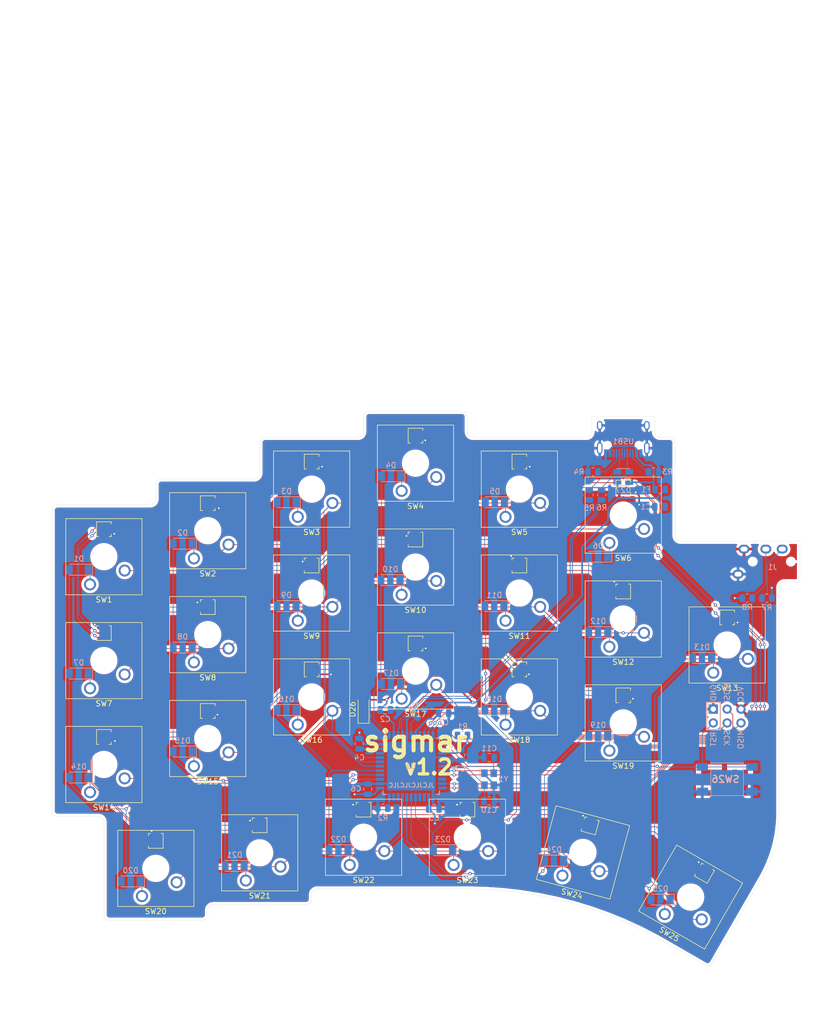
<source format=kicad_pcb>
(kicad_pcb (version 20171130) (host pcbnew "(5.1.9)-1")
  (layers (0 Front signal) (31 Back signal) (34 B.Paste user) (35 F.Paste user) (36 B.SilkS user) (37 F.SilkS user) (38 B.Mask user) (39 F.Mask user) (44 Edge.Cuts user))
  (net 0 "")
  (net 1 GND)
  (net 2 "Net-(SW1-Pad4)")
  (net 3 "Net-(SW1-Pad5)")
  (net 4 VCC)
  (net 5 "Net-(SW1-Pad6)")
  (net 6 "Net-(SW1-Pad7)")
  (net 7 /COL1)
  (net 8 "Net-(SW2-Pad4)")
  (net 9 "Net-(SW2-Pad5)")
  (net 10 /COL2)
  (net 11 "Net-(SW3-Pad4)")
  (net 12 "Net-(SW3-Pad5)")
  (net 13 /COL3)
  (net 14 "Net-(SW4-Pad4)")
  (net 15 "Net-(SW4-Pad5)")
  (net 16 /COL4)
  (net 17 "Net-(SW5-Pad4)")
  (net 18 "Net-(SW5-Pad5)")
  (net 19 /COL5)
  (net 20 "Net-(SW13-Pad7)")
  (net 21 "Net-(SW13-Pad6)")
  (net 22 /COL6)
  (net 23 "Net-(SW7-Pad6)")
  (net 24 "Net-(SW7-Pad7)")
  (net 25 "Net-(SW8-Pad6)")
  (net 26 "Net-(SW8-Pad7)")
  (net 27 "Net-(SW10-Pad5)")
  (net 28 "Net-(SW10-Pad4)")
  (net 29 "Net-(SW10-Pad6)")
  (net 30 "Net-(SW10-Pad7)")
  (net 31 "Net-(SW11-Pad6)")
  (net 32 "Net-(SW11-Pad7)")
  (net 33 "Net-(SW12-Pad6)")
  (net 34 "Net-(SW12-Pad7)")
  (net 35 /LED_CKI)
  (net 36 /LED_SDI)
  (net 37 /COL7)
  (net 38 "Net-(SW14-Pad4)")
  (net 39 "Net-(SW14-Pad5)")
  (net 40 "Net-(SW14-Pad6)")
  (net 41 "Net-(SW14-Pad7)")
  (net 42 "Net-(SW15-Pad4)")
  (net 43 "Net-(SW15-Pad5)")
  (net 44 "Net-(SW16-Pad4)")
  (net 45 "Net-(SW16-Pad5)")
  (net 46 "Net-(SW17-Pad4)")
  (net 47 "Net-(SW17-Pad5)")
  (net 48 "Net-(SW18-Pad4)")
  (net 49 "Net-(SW18-Pad5)")
  (net 50 "Net-(SW20-Pad6)")
  (net 51 "Net-(SW20-Pad7)")
  (net 52 "Net-(SW21-Pad6)")
  (net 53 "Net-(SW21-Pad7)")
  (net 54 "Net-(SW22-Pad6)")
  (net 55 "Net-(SW22-Pad7)")
  (net 56 "Net-(SW23-Pad6)")
  (net 57 "Net-(SW23-Pad7)")
  (net 58 "Net-(SW24-Pad6)")
  (net 59 "Net-(SW24-Pad7)")
  (net 60 /ROW1)
  (net 61 /ROW2)
  (net 62 /ROW3)
  (net 63 /ROW4)
  (net 64 VBUS)
  (net 65 /XTAL1)
  (net 66 /XTAL2)
  (net 67 "Net-(C8-Pad2)")
  (net 68 "Net-(D27-Pad4)")
  (net 69 /RESET)
  (net 70 /MOSI)
  (net 71 /SCK)
  (net 72 /MISO)
  (net 73 "Net-(R2-Pad1)")
  (net 74 "Net-(R3-Pad2)")
  (net 75 "Net-(R4-Pad1)")
  (net 76 /D-)
  (net 77 /D+)
  (net 78 "Net-(D1-Pad1)")
  (net 79 "Net-(D2-Pad1)")
  (net 80 "Net-(D3-Pad1)")
  (net 81 "Net-(D4-Pad1)")
  (net 82 "Net-(D5-Pad1)")
  (net 83 "Net-(D6-Pad1)")
  (net 84 "Net-(D7-Pad1)")
  (net 85 "Net-(D8-Pad1)")
  (net 86 "Net-(D9-Pad1)")
  (net 87 "Net-(D10-Pad1)")
  (net 88 "Net-(D11-Pad1)")
  (net 89 "Net-(D12-Pad1)")
  (net 90 "Net-(D13-Pad1)")
  (net 91 "Net-(D14-Pad1)")
  (net 92 "Net-(D15-Pad1)")
  (net 93 "Net-(D16-Pad1)")
  (net 94 "Net-(D17-Pad1)")
  (net 95 "Net-(D18-Pad1)")
  (net 96 "Net-(D19-Pad1)")
  (net 97 "Net-(D20-Pad1)")
  (net 98 "Net-(D21-Pad1)")
  (net 99 "Net-(D22-Pad1)")
  (net 100 "Net-(D23-Pad1)")
  (net 101 "Net-(D24-Pad1)")
  (net 102 "Net-(D25-Pad1)")
  (net 103 /SCL)
  (net 104 /SDA)
  (net 105 /components/USB_D-)
  (net 106 /components/USB_D+)
  (net 107 "Net-(SW25-Pad7)")
  (net 108 "Net-(SW25-Pad6)")
  (net 109 "Net-(U1-Pad8)")
  (net 110 "Net-(U1-Pad12)")
  (net 111 "Net-(U1-Pad20)")
  (net 112 "Net-(U1-Pad25)")
  (net 113 "Net-(U1-Pad26)")
  (net 114 "Net-(U1-Pad31)")
  (net 115 "Net-(U1-Pad32)")
  (net 116 "Net-(U1-Pad42)")
  (net 117 "Net-(USB1-Pad9)")
  (net 118 "Net-(USB1-Pad3)")
  (module Diode_SMD:D_MiniMELF (layer Back) (at 200.2435 133.858 180)
    (fp_text reference D25 (at 0 2) (layer B.SilkS) (effects (justify mirror)))
    (fp_text value D)
    (pad 2 smd rect (at 1.75 0 180) (size 1.3 1.7) (layers Back B.Paste B.Mask) (net 37 /COL7))
    (pad 1 smd rect (at -1.75 0 180) (size 1.3 1.7) (layers Back B.Paste B.Mask) (net 102 "Net-(D25-Pad1)"))
  )
  (module Diode_SMD:D_MiniMELF (layer Back) (at 180.71725 126.71425 180)
    (fp_text reference D24 (at 0 2) (layer B.SilkS) (effects (justify mirror)))
    (fp_text value D)
    (pad 2 smd rect (at 1.75 0 180) (size 1.3 1.7) (layers Back B.Paste B.Mask) (net 22 /COL6))
    (pad 1 smd rect (at -1.75 0 180) (size 1.3 1.7) (layers Back B.Paste B.Mask) (net 101 "Net-(D24-Pad1)"))
  )
  (module Diode_SMD:D_MiniMELF (layer Back) (at 160.346 124.80925 180)
    (fp_text reference D23 (at 0 2) (layer B.SilkS) (effects (justify mirror)))
    (fp_text value D)
    (pad 2 smd rect (at 1.75 0 180) (size 1.3 1.7) (layers Back B.Paste B.Mask) (net 19 /COL5))
    (pad 1 smd rect (at -1.75 0 180) (size 1.3 1.7) (layers Back B.Paste B.Mask) (net 100 "Net-(D23-Pad1)"))
  )
  (module Diode_SMD:D_MiniMELF (layer Back) (at 141.1885 124.80925 180)
    (fp_text reference D22 (at 0 2) (layer B.SilkS) (effects (justify mirror)))
    (fp_text value D)
    (pad 2 smd rect (at 1.75 0 180) (size 1.3 1.7) (layers Back B.Paste B.Mask) (net 13 /COL3))
    (pad 1 smd rect (at -1.75 0 180) (size 1.3 1.7) (layers Back B.Paste B.Mask) (net 99 "Net-(D22-Pad1)"))
  )
  (module Diode_SMD:D_MiniMELF (layer Back) (at 122.1385 127.66675 180)
    (fp_text reference D21 (at 0 2) (layer B.SilkS) (effects (justify mirror)))
    (fp_text value D)
    (pad 2 smd rect (at 1.75 0 180) (size 1.3 1.7) (layers Back B.Paste B.Mask) (net 10 /COL2))
    (pad 1 smd rect (at -1.75 0 180) (size 1.3 1.7) (layers Back B.Paste B.Mask) (net 98 "Net-(D21-Pad1)"))
  )
  (module Diode_SMD:D_MiniMELF (layer Back) (at 103.0885 130.52425 180)
    (fp_text reference D20 (at 0 2) (layer B.SilkS) (effects (justify mirror)))
    (fp_text value D)
    (pad 2 smd rect (at 1.75 0 180) (size 1.3 1.7) (layers Back B.Paste B.Mask) (net 7 /COL1))
    (pad 1 smd rect (at -1.75 0 180) (size 1.3 1.7) (layers Back B.Paste B.Mask) (net 97 "Net-(D20-Pad1)"))
  )
  (module Diode_SMD:D_MiniMELF (layer Back) (at 188.8135 103.85425 180)
    (fp_text reference D19 (at 0 2) (layer B.SilkS) (effects (justify mirror)))
    (fp_text value D)
    (pad 2 smd rect (at 1.75 0 180) (size 1.3 1.7) (layers Back B.Paste B.Mask) (net 22 /COL6))
    (pad 1 smd rect (at -1.75 0 180) (size 1.3 1.7) (layers Back B.Paste B.Mask) (net 96 "Net-(D19-Pad1)"))
  )
  (module Diode_SMD:D_MiniMELF (layer Back) (at 169.7635 99.09175 180)
    (fp_text reference D18 (at 0 2) (layer B.SilkS) (effects (justify mirror)))
    (fp_text value D)
    (pad 1 smd rect (at -1.75 0 180) (size 1.3 1.7) (layers Back B.Paste B.Mask) (net 95 "Net-(D18-Pad1)"))
    (pad 2 smd rect (at 1.75 0 180) (size 1.3 1.7) (layers Back B.Paste B.Mask) (net 19 /COL5))
  )
  (module Diode_SMD:D_MiniMELF (layer Back) (at 150.821 94.32925 180)
    (fp_text reference D17 (at 0 2) (layer B.SilkS) (effects (justify mirror)))
    (fp_text value D)
    (pad 2 smd rect (at 1.75 0 180) (size 1.3 1.7) (layers Back B.Paste B.Mask) (net 16 /COL4))
    (pad 1 smd rect (at -1.75 0 180) (size 1.3 1.7) (layers Back B.Paste B.Mask) (net 94 "Net-(D17-Pad1)"))
  )
  (module Diode_SMD:D_MiniMELF (layer Back) (at 131.6635 99.09175 180)
    (fp_text reference D16 (at 0 2) (layer B.SilkS) (effects (justify mirror)))
    (fp_text value D)
    (pad 2 smd rect (at 1.75 0 180) (size 1.3 1.7) (layers Back B.Paste B.Mask) (net 13 /COL3))
    (pad 1 smd rect (at -1.75 0 180) (size 1.3 1.7) (layers Back B.Paste B.Mask) (net 93 "Net-(D16-Pad1)"))
  )
  (module Diode_SMD:D_MiniMELF (layer Back) (at 112.6135 106.71175 180)
    (fp_text reference D15 (at 0 2) (layer B.SilkS) (effects (justify mirror)))
    (fp_text value D)
    (pad 2 smd rect (at 1.75 0 180) (size 1.3 1.7) (layers Back B.Paste B.Mask) (net 10 /COL2))
    (pad 1 smd rect (at -1.75 0 180) (size 1.3 1.7) (layers Back B.Paste B.Mask) (net 92 "Net-(D15-Pad1)"))
  )
  (module Diode_SMD:D_MiniMELF (layer Back) (at 93.5635 111.47425 180)
    (fp_text reference D14 (at 0 2) (layer B.SilkS) (effects (justify mirror)))
    (fp_text value D)
    (pad 2 smd rect (at 1.75 0 180) (size 1.3 1.7) (layers Back B.Paste B.Mask) (net 7 /COL1))
    (pad 1 smd rect (at -1.75 0 180) (size 1.3 1.7) (layers Back B.Paste B.Mask) (net 91 "Net-(D14-Pad1)"))
  )
  (module Diode_SMD:D_MiniMELF (layer Back) (at 207.8635 89.56675 180)
    (fp_text reference D13 (at 0 2) (layer B.SilkS) (effects (justify mirror)))
    (fp_text value D)
    (pad 2 smd rect (at 1.75 0 180) (size 1.3 1.7) (layers Back B.Paste B.Mask) (net 37 /COL7))
    (pad 1 smd rect (at -1.75 0 180) (size 1.3 1.7) (layers Back B.Paste B.Mask) (net 90 "Net-(D13-Pad1)"))
  )
  (module Diode_SMD:D_MiniMELF (layer Back) (at 188.8135 84.80425 180)
    (fp_text reference D12 (at 0 2) (layer B.SilkS) (effects (justify mirror)))
    (fp_text value D)
    (pad 2 smd rect (at 1.75 0 180) (size 1.3 1.7) (layers Back B.Paste B.Mask) (net 22 /COL6))
    (pad 1 smd rect (at -1.75 0 180) (size 1.3 1.7) (layers Back B.Paste B.Mask) (net 89 "Net-(D12-Pad1)"))
  )
  (module Diode_SMD:D_MiniMELF (layer Back) (at 169.7635 80.04175 180)
    (fp_text reference D11 (at 0 2) (layer B.SilkS) (effects (justify mirror)))
    (fp_text value D)
    (pad 2 smd rect (at 1.75 0 180) (size 1.3 1.7) (layers Back B.Paste B.Mask) (net 19 /COL5))
    (pad 1 smd rect (at -1.75 0 180) (size 1.3 1.7) (layers Back B.Paste B.Mask) (net 88 "Net-(D11-Pad1)"))
  )
  (module Diode_SMD:D_MiniMELF (layer Back) (at 150.7135 75.27925 180)
    (fp_text reference D10 (at 0 2) (layer B.SilkS) (effects (justify mirror)))
    (fp_text value D)
    (pad 2 smd rect (at 1.75 0 180) (size 1.3 1.7) (layers Back B.Paste B.Mask) (net 16 /COL4))
    (pad 1 smd rect (at -1.75 0 180) (size 1.3 1.7) (layers Back B.Paste B.Mask) (net 87 "Net-(D10-Pad1)"))
  )
  (module Diode_SMD:D_MiniMELF (layer Back) (at 131.6635 80.04175 180)
    (fp_text reference D9 (at 0 2) (layer B.SilkS) (effects (justify mirror)))
    (fp_text value D)
    (pad 2 smd rect (at 1.75 0 180) (size 1.3 1.7) (layers Back B.Paste B.Mask) (net 13 /COL3))
    (pad 1 smd rect (at -1.75 0 180) (size 1.3 1.7) (layers Back B.Paste B.Mask) (net 86 "Net-(D9-Pad1)"))
  )
  (module Diode_SMD:D_MiniMELF (layer Back) (at 112.6135 87.66175 180)
    (fp_text reference D8 (at 0 2) (layer B.SilkS) (effects (justify mirror)))
    (fp_text value D)
    (pad 2 smd rect (at 1.75 0 180) (size 1.3 1.7) (layers Back B.Paste B.Mask) (net 10 /COL2))
    (pad 1 smd rect (at -1.75 0 180) (size 1.3 1.7) (layers Back B.Paste B.Mask) (net 85 "Net-(D8-Pad1)"))
  )
  (module Diode_SMD:D_MiniMELF (layer Back) (at 93.5635 92.42425 180)
    (fp_text reference D7 (at 0 2) (layer B.SilkS) (effects (justify mirror)))
    (fp_text value D)
    (pad 2 smd rect (at 1.75 0 180) (size 1.3 1.7) (layers Back B.Paste B.Mask) (net 7 /COL1))
    (pad 1 smd rect (at -1.75 0 180) (size 1.3 1.7) (layers Back B.Paste B.Mask) (net 84 "Net-(D7-Pad1)"))
  )
  (module Diode_SMD:D_MiniMELF (layer Back) (at 188.8135 70.993 180)
    (fp_text reference D6 (at 0 2) (layer B.SilkS) (effects (justify mirror)))
    (fp_text value D)
    (pad 2 smd rect (at 1.75 0 180) (size 1.3 1.7) (layers Back B.Paste B.Mask) (net 22 /COL6))
    (pad 1 smd rect (at -1.75 0 180) (size 1.3 1.7) (layers Back B.Paste B.Mask) (net 83 "Net-(D6-Pad1)"))
  )
  (module Diode_SMD:D_MiniMELF (layer Back) (at 169.871 60.99175 180)
    (fp_text reference D5 (at 0 2) (layer B.SilkS) (effects (justify mirror)))
    (fp_text value D)
    (pad 2 smd rect (at 1.75 0 180) (size 1.3 1.7) (layers Back B.Paste B.Mask) (net 19 /COL5))
    (pad 1 smd rect (at -1.75 0 180) (size 1.3 1.7) (layers Back B.Paste B.Mask) (net 82 "Net-(D5-Pad1)"))
  )
  (module Diode_SMD:D_MiniMELF (layer Back) (at 150.821 56.22925 180)
    (fp_text reference D4 (at 0 2) (layer B.SilkS) (effects (justify mirror)))
    (fp_text value D)
    (pad 2 smd rect (at 1.75 0 180) (size 1.3 1.7) (layers Back B.Paste B.Mask) (net 16 /COL4))
    (pad 1 smd rect (at -1.75 0 180) (size 1.3 1.7) (layers Back B.Paste B.Mask) (net 81 "Net-(D4-Pad1)"))
  )
  (module Diode_SMD:D_MiniMELF (layer Back) (at 131.6635 60.99175 180)
    (fp_text reference D3 (at 0 2) (layer B.SilkS) (effects (justify mirror)))
    (fp_text value D)
    (pad 2 smd rect (at 1.75 0 180) (size 1.3 1.7) (layers Back B.Paste B.Mask) (net 13 /COL3))
    (pad 1 smd rect (at -1.75 0 180) (size 1.3 1.7) (layers Back B.Paste B.Mask) (net 80 "Net-(D3-Pad1)"))
  )
  (module Diode_SMD:D_MiniMELF (layer Back) (at 112.6135 68.61175 180)
    (fp_text reference D2 (at 0 2) (layer B.SilkS) (effects (justify mirror)))
    (fp_text value D)
    (pad 2 smd rect (at 1.75 0 180) (size 1.3 1.7) (layers Back B.Paste B.Mask) (net 10 /COL2))
    (pad 1 smd rect (at -1.75 0 180) (size 1.3 1.7) (layers Back B.Paste B.Mask) (net 79 "Net-(D2-Pad1)"))
  )
  (module Diode_SMD:D_MiniMELF (layer Back) (at 93.5635 73.37425 180)
    (fp_text reference D1 (at 0 2) (layer B.SilkS) (effects (justify mirror)))
    (fp_text value D)
    (pad 2 smd rect (at 1.75 0 180) (size 1.3 1.7) (layers Back B.Paste B.Mask) (net 7 /COL1))
    (pad 1 smd rect (at -1.75 0 180) (size 1.3 1.7) (layers Back B.Paste B.Mask) (net 78 "Net-(D1-Pad1)"))
  )
  (module Local:TRRS-PJ-320A (layer Back) (at 225.771 71.893 90)
    (fp_text reference J1 (at -1 -5) (layer B.SilkS) (effects (justify mirror)))
    (fp_text value AudioJack4)
    (pad S thru_hole oval (at -2.3 -11.3 90) (size 1.6 2) (drill oval 0.9 1.3) (layers *.Cu *.Mask) (net 1 GND))
    (pad T thru_hole oval (at 2.3 -10.2 90) (size 1.6 2) (drill oval 0.9 1.3) (layers *.Cu *.Mask) (net 4 VCC))
    (pad R2 thru_hole oval (at 2.3 -3.2 90) (size 1.6 2) (drill oval 0.9 1.3) (layers *.Cu *.Mask) (net 104 /SDA))
    (pad "" np_thru_hole circle (at 0 -8.6 90) (size 0.8 0.8) (drill 0.8) (layers *.Cu *.Mask))
    (pad "" np_thru_hole circle (at 0 -1.6 90) (size 0.8 0.8) (drill 0.8) (layers *.Cu *.Mask))
    (pad R1 thru_hole oval (at 2.3 -6.2 90) (size 1.6 2) (drill oval 0.9 1.3) (layers *.Cu *.Mask) (net 103 /SCL))
  )
  (module Resistor_SMD:R_0805_2012Metric (layer Back) (at 216.154 78.5876)
    (fp_text reference R8 (at 0 1.65) (layer B.SilkS) (effects (justify mirror)))
    (fp_text value 10K)
    (pad 1 smd roundrect (at -0.9125 0) (size 1.025 1.4) (layers Back B.Paste B.Mask) (roundrect_rratio 0.243902) (net 4 VCC))
    (pad 2 smd roundrect (at 0.9125 0) (size 1.025 1.4) (layers Back B.Paste B.Mask) (roundrect_rratio 0.243902) (net 103 /SCL))
  )
  (module Resistor_SMD:R_0805_2012Metric (layer Back) (at 219.7589 78.5876 180)
    (fp_text reference R7 (at 0 -1.7018) (layer B.SilkS) (effects (justify mirror)))
    (fp_text value 10K)
    (pad 1 smd roundrect (at -0.9125 0 180) (size 1.025 1.4) (layers Back B.Paste B.Mask) (roundrect_rratio 0.243902) (net 4 VCC))
    (pad 2 smd roundrect (at 0.9125 0 180) (size 1.025 1.4) (layers Back B.Paste B.Mask) (roundrect_rratio 0.243902) (net 104 /SDA))
  )
  (module Diode_SMD:D_MiniMELF (layer Front) (at 145.796 98.976 90)
    (fp_text reference D26 (at 0 -2 270) (layer F.SilkS))
    (fp_text value D)
    (pad 1 smd rect (at -1.75 0 90) (size 1.3 1.7) (layers Front F.Paste F.Mask) (net 4 VCC))
    (pad 2 smd rect (at 1.75 0 90) (size 1.3 1.7) (layers Front F.Paste F.Mask) (net 64 VBUS))
  )
  (module Local:SW_Cherry_MX_RGB_R2L_2U (layer Front) (at 212.471 87.1855 180)
    (fp_text reference SW13 (at 0 -7.874) (layer F.SilkS))
    (fp_text value Cherry-MX-LED-APA102)
    (pad 1 thru_hole circle (at 2.54 -5.08 180) (size 2.2 2.2) (drill 1.5) (layers *.Cu *.Mask) (net 90 "Net-(D13-Pad1)"))
    (pad 2 thru_hole circle (at -3.81 -2.54 180) (size 2.2 2.2) (drill 1.5) (layers *.Cu *.Mask) (net 61 /ROW2))
    (pad "" np_thru_hole circle (at 0 0 180) (size 4 4) (drill 4) (layers *.Cu *.Mask))
    (pad 4 smd rect (at -0.75 5.05 180) (size 0.8 0.3) (layers Front F.Paste F.Mask) (net 35 /LED_CKI))
    (pad 3 smd rect (at -0.75 4.15 180) (size 0.8 0.5) (layers Front F.Paste F.Mask) (net 1 GND))
    (pad 5 smd rect (at -0.75 5.95 180) (size 0.8 0.5) (layers Front F.Paste F.Mask) (net 36 /LED_SDI))
    (pad 8 smd rect (at 0.75 4.15 180) (size 0.8 0.5) (layers Front F.Paste F.Mask) (net 4 VCC))
    (pad 7 smd rect (at 0.75 5.05 180) (size 0.8 0.3) (layers Front F.Paste F.Mask) (net 20 "Net-(SW13-Pad7)"))
    (pad 6 smd rect (at 0.75 5.95 180) (size 0.8 0.5) (layers Front F.Paste F.Mask) (net 21 "Net-(SW13-Pad6)"))
  )
  (module Capacitor_SMD:C_0805_2012Metric (layer Back) (at 168.81475 107.823 180)
    (fp_text reference C11 (at 0 1.68) (layer B.SilkS) (effects (justify mirror)))
    (fp_text value 6pF)
    (pad 1 smd roundrect (at -0.95 0 180) (size 1 1.45) (layers Back B.Paste B.Mask) (net 66 /XTAL2))
    (pad 2 smd roundrect (at 0.95 0 180) (size 1 1.45) (layers Back B.Paste B.Mask) (net 1 GND))
  )
  (module Capacitor_SMD:C_0805_2012Metric (layer Back) (at 168.81475 115.7605)
    (fp_text reference C10 (at 0 1.68) (layer B.SilkS) (effects (justify mirror)))
    (fp_text value 6pF)
    (pad 1 smd roundrect (at -0.95 0) (size 1 1.45) (layers Back B.Paste B.Mask) (net 65 /XTAL1))
    (pad 2 smd roundrect (at 0.95 0) (size 1 1.45) (layers Back B.Paste B.Mask) (net 1 GND))
  )
  (module Crystal:Crystal_SMD_3225-4Pin_3.2x2.5mm (layer Back) (at 168.81475 111.79175 90)
    (fp_text reference Y1 (at 0.03175 2.63525 180) (layer B.SilkS) (effects (justify mirror)))
    (fp_text value 16MHz)
    (pad 1 smd rect (at -1.1 -0.85 90) (size 1.4 1.2) (layers Back B.Paste B.Mask) (net 65 /XTAL1))
    (pad 2 smd rect (at 1.1 -0.85 90) (size 1.4 1.2) (layers Back B.Paste B.Mask) (net 1 GND))
    (pad 3 smd rect (at 1.1 0.85 90) (size 1.4 1.2) (layers Back B.Paste B.Mask) (net 66 /XTAL2))
    (pad 4 smd rect (at -1.1 0.85 90) (size 1.4 1.2) (layers Back B.Paste B.Mask) (net 1 GND))
  )
  (module Type-C:HRO-TYPE-C-31-M-12 (layer Back) (at 193.421 44.323)
    (fp_text reference USB1 (at 0 5.55625) (layer B.SilkS) (effects (justify mirror)))
    (fp_text value HRO-TYPE-C-31-M-12)
    (pad 13 thru_hole oval (at 4.32 2.6) (size 1 1.6) (drill oval 0.6 1.2) (layers *.Cu F.Mask) (net 1 GND))
    (pad 13 thru_hole oval (at -4.32 2.6) (size 1 1.6) (drill oval 0.6 1.2) (layers *.Cu F.Mask) (net 1 GND))
    (pad 13 thru_hole oval (at 4.32 6.78) (size 1 2.1) (drill oval 0.6 1.7) (layers *.Cu F.Mask) (net 1 GND))
    (pad 13 thru_hole oval (at -4.32 6.78) (size 1 2.1) (drill oval 0.6 1.7) (layers *.Cu F.Mask) (net 1 GND))
    (pad "" np_thru_hole circle (at -2.89 6.25) (size 0.65 0.65) (drill 0.65) (layers *.Cu *.Mask))
    (pad "" np_thru_hole circle (at 2.89 6.25) (size 0.65 0.65) (drill 0.65) (layers *.Cu *.Mask))
    (pad 6 smd rect (at -0.25 7.695) (size 0.3 1.45) (layers Back B.Paste B.Mask) (net 106 /components/USB_D+))
    (pad 7 smd rect (at 0.25 7.695) (size 0.3 1.45) (layers Back B.Paste B.Mask) (net 105 /components/USB_D-))
    (pad 8 smd rect (at 0.75 7.695) (size 0.3 1.45) (layers Back B.Paste B.Mask) (net 106 /components/USB_D+))
    (pad 5 smd rect (at -0.75 7.695) (size 0.3 1.45) (layers Back B.Paste B.Mask) (net 105 /components/USB_D-))
    (pad 9 smd rect (at 1.25 7.695) (size 0.3 1.45) (layers Back B.Paste B.Mask) (net 117 "Net-(USB1-Pad9)"))
    (pad 4 smd rect (at -1.25 7.695) (size 0.3 1.45) (layers Back B.Paste B.Mask) (net 75 "Net-(R4-Pad1)"))
    (pad 10 smd rect (at 1.75 7.695) (size 0.3 1.45) (layers Back B.Paste B.Mask) (net 74 "Net-(R3-Pad2)"))
    (pad 3 smd rect (at -1.75 7.695) (size 0.3 1.45) (layers Back B.Paste B.Mask) (net 118 "Net-(USB1-Pad3)"))
    (pad 2 smd rect (at -2.45 7.695) (size 0.6 1.45) (layers Back B.Paste B.Mask) (net 68 "Net-(D27-Pad4)"))
    (pad 11 smd rect (at 2.45 7.695) (size 0.6 1.45) (layers Back B.Paste B.Mask) (net 68 "Net-(D27-Pad4)"))
    (pad 1 smd rect (at -3.225 7.695) (size 0.6 1.45) (layers Back B.Paste B.Mask) (net 1 GND))
    (pad 12 smd rect (at 3.225 7.695) (size 0.6 1.45) (layers Back B.Paste B.Mask) (net 1 GND))
  )
  (module Local:LL3301NF065QG (layer Back) (at 212.471 111.79175)
    (fp_text reference SW26 (at -0.3 0) (layer B.SilkS) (effects (font (size 1.27 1.27) (thickness 0.254)) (justify mirror)))
    (fp_text value SW_Push hide)
    (pad 1 smd rect (at -4.55 2.25 270) (size 1.4 2.1) (layers Back B.Paste B.Mask) (net 1 GND))
    (pad 1 smd rect (at 4.55 2.25 270) (size 1.4 2.1) (layers Back B.Paste B.Mask) (net 1 GND))
    (pad 2 smd rect (at -4.55 -2.25 270) (size 1.4 2.1) (layers Back B.Paste B.Mask) (net 69 /RESET))
    (pad 2 smd rect (at 4.55 -2.25 270) (size 1.4 2.1) (layers Back B.Paste B.Mask) (net 69 /RESET))
  )
  (module Resistor_SMD:R_0805_2012Metric (layer Back) (at 189.45225 59.6805 90)
    (fp_text reference R6 (at -2.29425 0.03175 180) (layer B.SilkS) (effects (justify mirror)))
    (fp_text value 22)
    (pad 1 smd roundrect (at -0.9125 0 90) (size 1.025 1.4) (layers Back B.Paste B.Mask) (roundrect_rratio 0.243902) (net 77 /D+))
    (pad 2 smd roundrect (at 0.9125 0 90) (size 1.025 1.4) (layers Back B.Paste B.Mask) (roundrect_rratio 0.243902) (net 106 /components/USB_D+))
  )
  (module Resistor_SMD:R_0805_2012Metric (layer Back) (at 187.171 59.6805 90)
    (fp_text reference R5 (at -2.35775 0 180) (layer B.SilkS) (effects (justify mirror)))
    (fp_text value 22)
    (pad 1 smd roundrect (at -0.9125 0 90) (size 1.025 1.4) (layers Back B.Paste B.Mask) (roundrect_rratio 0.243902) (net 76 /D-))
    (pad 2 smd roundrect (at 0.9125 0 90) (size 1.025 1.4) (layers Back B.Paste B.Mask) (roundrect_rratio 0.243902) (net 105 /components/USB_D-))
  )
  (module Resistor_SMD:R_0805_2012Metric (layer Back) (at 187.86475 55.4355 180)
    (fp_text reference R4 (at 2.57175 0 180) (layer B.SilkS) (effects (justify mirror)))
    (fp_text value 5.1K)
    (pad 1 smd roundrect (at -0.9125 0 180) (size 1.025 1.4) (layers Back B.Paste B.Mask) (roundrect_rratio 0.243902) (net 75 "Net-(R4-Pad1)"))
    (pad 2 smd roundrect (at 0.9125 0 180) (size 1.025 1.4) (layers Back B.Paste B.Mask) (roundrect_rratio 0.243902) (net 1 GND))
  )
  (module Resistor_SMD:R_0805_2012Metric (layer Back) (at 198.97725 55.4355 180)
    (fp_text reference R3 (at -2.57175 0) (layer B.SilkS) (effects (justify mirror)))
    (fp_text value 5.1K)
    (pad 1 smd roundrect (at -0.9125 0 180) (size 1.025 1.4) (layers Back B.Paste B.Mask) (roundrect_rratio 0.243902) (net 1 GND))
    (pad 2 smd roundrect (at 0.9125 0 180) (size 1.025 1.4) (layers Back B.Paste B.Mask) (roundrect_rratio 0.243902) (net 74 "Net-(R3-Pad2)"))
  )
  (module Resistor_SMD:R_0805_2012Metric (layer Back) (at 149.3285 117.094 180)
    (fp_text reference R2 (at 0 -1.778) (layer B.SilkS) (effects (justify mirror)))
    (fp_text value 10K)
    (pad 1 smd roundrect (at -0.9125 0 180) (size 1.025 1.4) (layers Back B.Paste B.Mask) (roundrect_rratio 0.243902) (net 73 "Net-(R2-Pad1)"))
    (pad 2 smd roundrect (at 0.9125 0 180) (size 1.025 1.4) (layers Back B.Paste B.Mask) (roundrect_rratio 0.243902) (net 1 GND))
  )
  (module Resistor_SMD:R_0805_2012Metric (layer Back) (at 163.9335 103.759 180)
    (fp_text reference R1 (at 0 1.65) (layer B.SilkS) (effects (justify mirror)))
    (fp_text value 10K)
    (pad 1 smd roundrect (at -0.9125 0 180) (size 1.025 1.4) (layers Back B.Paste B.Mask) (roundrect_rratio 0.243902) (net 4 VCC))
    (pad 2 smd roundrect (at 0.9125 0 180) (size 1.025 1.4) (layers Back B.Paste B.Mask) (roundrect_rratio 0.243902) (net 69 /RESET))
  )
  (module Local:AVR-ISP-6 (layer Back) (at 212.471 100.203 90)
    (fp_text reference J2)
    (fp_text value AVR-ISP-6)
    (fp_text user GND (at 4.25 -2.5 90) (layer B.SilkS) (effects (justify mirror)))
    (fp_text user RST (at -4.25 -2.5 90) (layer B.SilkS) (effects (justify mirror)))
    (fp_text user MOSI (at 4.25 0 90) (layer B.SilkS) (effects (justify mirror)))
    (fp_text user SCK (at -4 0 90) (layer B.SilkS) (effects (justify mirror)))
    (fp_text user VCC (at 4 2.5 90) (layer B.SilkS) (effects (justify mirror)))
    (fp_text user MISO (at -4.25 2.5 90) (layer B.SilkS) (effects (justify mirror)))
    (pad 1 thru_hole circle (at -1.27 2.54 90) (size 1.7 1.7) (drill 1) (layers *.Cu B.Mask) (net 72 /MISO))
    (pad 2 thru_hole circle (at 1.27 2.54 90) (size 1.7 1.7) (drill 1) (layers *.Cu B.Mask) (net 4 VCC))
    (pad 3 thru_hole circle (at -1.27 0 90) (size 1.7 1.7) (drill 1) (layers *.Cu B.Mask) (net 71 /SCK))
    (pad 4 thru_hole circle (at 1.27 0 90) (size 1.7 1.7) (drill 1) (layers *.Cu B.Mask) (net 70 /MOSI))
    (pad 5 thru_hole circle (at -1.27 -2.54 90) (size 1.7 1.7) (drill 1) (layers *.Cu B.Mask) (net 69 /RESET))
    (pad 6 thru_hole rect (at 1.27 -2.54 90) (size 1.7 1.7) (drill 1) (layers *.Cu B.Mask) (net 1 GND))
  )
  (module Fuse:Fuse_0805_2012Metric (layer Back) (at 200.2005 58.674 180)
    (fp_text reference F1 (at 2.5885 0) (layer B.SilkS) (effects (justify mirror)))
    (fp_text value 500mA)
    (pad 1 smd roundrect (at -0.9375 0 180) (size 0.975 1.4) (layers Back B.Paste B.Mask) (net 64 VBUS))
    (pad 2 smd roundrect (at 0.9375 0 180) (size 0.975 1.4) (layers Back B.Paste B.Mask) (net 68 "Net-(D27-Pad4)"))
  )
  (module Package_TO_SOT_SMD:SOT-143 (layer Back) (at 193.421 56.3855)
    (fp_text reference D27 (at 0.02 2.38) (layer B.SilkS) (effects (justify mirror)))
    (fp_text value PRTR5V0U2X)
    (pad 1 smd rect (at -1.1 0.77 90) (size 1.2 1.4) (layers Back B.Paste B.Mask) (net 1 GND))
    (pad 2 smd rect (at -1.1 -0.95 90) (size 1 1.4) (layers Back B.Paste B.Mask) (net 105 /components/USB_D-))
    (pad 3 smd rect (at 1.1 -0.95 90) (size 1 1.4) (layers Back B.Paste B.Mask) (net 106 /components/USB_D+))
    (pad 4 smd rect (at 1.1 0.95 90) (size 1 1.4) (layers Back B.Paste B.Mask) (net 68 "Net-(D27-Pad4)"))
  )
  (module Capacitor_SMD:C_0805_2012Metric (layer Back) (at 156.236749 99.763501 225)
    (fp_text reference C8 (at 0 1.679999 45) (layer B.SilkS) (effects (justify mirror)))
    (fp_text value 1uF)
    (pad 1 smd roundrect (at -0.95 0 225) (size 1 1.45) (layers Back B.Paste B.Mask) (net 1 GND))
    (pad 2 smd roundrect (at 0.95 0 225) (size 1 1.45) (layers Back B.Paste B.Mask) (net 67 "Net-(C8-Pad2)"))
  )
  (module Capacitor_SMD:C_0805_2012Metric (layer Back) (at 163.576 107.376 270)
    (fp_text reference C7 (at 2.479 0 180) (layer B.SilkS) (effects (justify mirror)))
    (fp_text value 0.1uF)
    (pad 1 smd roundrect (at -0.95 0 270) (size 1 1.45) (layers Back B.Paste B.Mask) (net 4 VCC))
    (pad 2 smd roundrect (at 0.95 0 270) (size 1 1.45) (layers Back B.Paste B.Mask) (net 1 GND))
  )
  (module Capacitor_SMD:C_0805_2012Metric (layer Back) (at 146.558 113.604 90)
    (fp_text reference C6 (at 0.066 -2.159 180) (layer B.SilkS) (effects (justify mirror)))
    (fp_text value 0.1uF)
    (pad 1 smd roundrect (at -0.95 0 90) (size 1 1.45) (layers Back B.Paste B.Mask) (net 4 VCC))
    (pad 2 smd roundrect (at 0.95 0 90) (size 1 1.45) (layers Back B.Paste B.Mask) (net 1 GND))
  )
  (module Capacitor_SMD:C_0805_2012Metric (layer Back) (at 158.689 117.221)
    (fp_text reference C5 (at 0.061 1.651) (layer B.SilkS) (effects (justify mirror)))
    (fp_text value 0.1uF)
    (pad 1 smd roundrect (at -0.95 0) (size 1 1.45) (layers Back B.Paste B.Mask) (net 4 VCC))
    (pad 2 smd roundrect (at 0.95 0) (size 1 1.45) (layers Back B.Paste B.Mask) (net 1 GND))
  )
  (module Capacitor_SMD:C_0805_2012Metric (layer Back) (at 145.00225 105.2855 270)
    (fp_text reference C4 (at 2.5375 -0.03175 180) (layer B.SilkS) (effects (justify mirror)))
    (fp_text value 0.1uF)
    (pad 1 smd roundrect (at -0.95 0 270) (size 1 1.45) (layers Back B.Paste B.Mask) (net 4 VCC))
    (pad 2 smd roundrect (at 0.95 0 270) (size 1 1.45) (layers Back B.Paste B.Mask) (net 1 GND))
  )
  (module Capacitor_SMD:C_0805_2012Metric (layer Back) (at 160.462 99.695)
    (fp_text reference C3 (at 0 1.68) (layer B.SilkS) (effects (justify mirror)))
    (fp_text value 0.1uF)
    (pad 1 smd roundrect (at -0.95 0) (size 1 1.45) (layers Back B.Paste B.Mask) (net 64 VBUS))
    (pad 2 smd roundrect (at 0.95 0) (size 1 1.45) (layers Back B.Paste B.Mask) (net 1 GND))
  )
  (module Capacitor_SMD:C_0805_2012Metric (layer Back) (at 149.76475 99.09175)
    (fp_text reference C2 (at 0 1.68) (layer B.SilkS) (effects (justify mirror)))
    (fp_text value 0.1uF)
    (pad 1 smd roundrect (at -0.95 0) (size 1 1.45) (layers Back B.Paste B.Mask) (net 64 VBUS))
    (pad 2 smd roundrect (at 0.95 0) (size 1 1.45) (layers Back B.Paste B.Mask) (net 1 GND))
  )
  (module Capacitor_SMD:C_0805_2012Metric (layer Back) (at 200.152 61.849 180)
    (fp_text reference C1 (at 2.606 0) (layer B.SilkS) (effects (justify mirror)))
    (fp_text value 10uF)
    (pad 1 smd roundrect (at -0.95 0 180) (size 1 1.45) (layers Back B.Paste B.Mask) (net 64 VBUS))
    (pad 2 smd roundrect (at 0.95 0 180) (size 1 1.45) (layers Back B.Paste B.Mask) (net 1 GND))
  )
  (module Package_QFP:TQFP-44_10x10mm_P0.8mm (layer Back) (at 154.52725 109.4105 270)
    (fp_text reference U1 (at -0.0635 0.09525 180) (layer B.SilkS) (effects (justify mirror)))
    (fp_text value ATmega32U4-AU)
    (pad 1 smd rect (at -5.7 4 270) (size 1.5 0.55) (layers Back B.Paste B.Mask) (net 16 /COL4))
    (pad 2 smd rect (at -5.7 3.2 270) (size 1.5 0.55) (layers Back B.Paste B.Mask) (net 64 VBUS))
    (pad 3 smd rect (at -5.7 2.4 270) (size 1.5 0.55) (layers Back B.Paste B.Mask) (net 76 /D-))
    (pad 4 smd rect (at -5.7 1.6 270) (size 1.5 0.55) (layers Back B.Paste B.Mask) (net 77 /D+))
    (pad 5 smd rect (at -5.7 0.8 270) (size 1.5 0.55) (layers Back B.Paste B.Mask) (net 1 GND))
    (pad 6 smd rect (at -5.7 0 270) (size 1.5 0.55) (layers Back B.Paste B.Mask) (net 67 "Net-(C8-Pad2)"))
    (pad 7 smd rect (at -5.7 -0.8 270) (size 1.5 0.55) (layers Back B.Paste B.Mask) (net 64 VBUS))
    (pad 8 smd rect (at -5.7 -1.6 270) (size 1.5 0.55) (layers Back B.Paste B.Mask) (net 109 "Net-(U1-Pad8)"))
    (pad 9 smd rect (at -5.7 -2.4 270) (size 1.5 0.55) (layers Back B.Paste B.Mask) (net 71 /SCK))
    (pad 10 smd rect (at -5.7 -3.2 270) (size 1.5 0.55) (layers Back B.Paste B.Mask) (net 70 /MOSI))
    (pad 11 smd rect (at -5.7 -4 270) (size 1.5 0.55) (layers Back B.Paste B.Mask) (net 72 /MISO))
    (pad 12 smd rect (at -4 -5.7 180) (size 1.5 0.55) (layers Back B.Paste B.Mask) (net 110 "Net-(U1-Pad12)"))
    (pad 13 smd rect (at -3.2 -5.7 180) (size 1.5 0.55) (layers Back B.Paste B.Mask) (net 69 /RESET))
    (pad 14 smd rect (at -2.4 -5.7 180) (size 1.5 0.55) (layers Back B.Paste B.Mask) (net 4 VCC))
    (pad 15 smd rect (at -1.6 -5.7 180) (size 1.5 0.55) (layers Back B.Paste B.Mask) (net 1 GND))
    (pad 16 smd rect (at -0.8 -5.7 180) (size 1.5 0.55) (layers Back B.Paste B.Mask) (net 66 /XTAL2))
    (pad 17 smd rect (at 0 -5.7 180) (size 1.5 0.55) (layers Back B.Paste B.Mask) (net 65 /XTAL1))
    (pad 18 smd rect (at 0.8 -5.7 180) (size 1.5 0.55) (layers Back B.Paste B.Mask) (net 103 /SCL))
    (pad 19 smd rect (at 1.6 -5.7 180) (size 1.5 0.55) (layers Back B.Paste B.Mask) (net 104 /SDA))
    (pad 20 smd rect (at 2.4 -5.7 180) (size 1.5 0.55) (layers Back B.Paste B.Mask) (net 111 "Net-(U1-Pad20)"))
    (pad 21 smd rect (at 3.2 -5.7 180) (size 1.5 0.55) (layers Back B.Paste B.Mask) (net 35 /LED_CKI))
    (pad 22 smd rect (at 4 -5.7 180) (size 1.5 0.55) (layers Back B.Paste B.Mask) (net 36 /LED_SDI))
    (pad 23 smd rect (at 5.7 -4 270) (size 1.5 0.55) (layers Back B.Paste B.Mask) (net 1 GND))
    (pad 24 smd rect (at 5.7 -3.2 270) (size 1.5 0.55) (layers Back B.Paste B.Mask) (net 4 VCC))
    (pad 25 smd rect (at 5.7 -2.4 270) (size 1.5 0.55) (layers Back B.Paste B.Mask) (net 112 "Net-(U1-Pad25)"))
    (pad 26 smd rect (at 5.7 -1.6 270) (size 1.5 0.55) (layers Back B.Paste B.Mask) (net 113 "Net-(U1-Pad26)"))
    (pad 27 smd rect (at 5.7 -0.8 270) (size 1.5 0.55) (layers Back B.Paste B.Mask) (net 19 /COL5))
    (pad 28 smd rect (at 5.7 0 270) (size 1.5 0.55) (layers Back B.Paste B.Mask) (net 22 /COL6))
    (pad 29 smd rect (at 5.7 0.8 270) (size 1.5 0.55) (layers Back B.Paste B.Mask) (net 37 /COL7))
    (pad 30 smd rect (at 5.7 1.6 270) (size 1.5 0.55) (layers Back B.Paste B.Mask) (net 63 /ROW4))
    (pad 31 smd rect (at 5.7 2.4 270) (size 1.5 0.55) (layers Back B.Paste B.Mask) (net 114 "Net-(U1-Pad31)"))
    (pad 32 smd rect (at 5.7 3.2 270) (size 1.5 0.55) (layers Back B.Paste B.Mask) (net 115 "Net-(U1-Pad32)"))
    (pad 33 smd rect (at 5.7 4 270) (size 1.5 0.55) (layers Back B.Paste B.Mask) (net 73 "Net-(R2-Pad1)"))
    (pad 34 smd rect (at 4 5.7 180) (size 1.5 0.55) (layers Back B.Paste B.Mask) (net 4 VCC))
    (pad 35 smd rect (at 3.2 5.7 180) (size 1.5 0.55) (layers Back B.Paste B.Mask) (net 1 GND))
    (pad 36 smd rect (at 2.4 5.7 180) (size 1.5 0.55) (layers Back B.Paste B.Mask) (net 7 /COL1))
    (pad 37 smd rect (at 1.6 5.7 180) (size 1.5 0.55) (layers Back B.Paste B.Mask) (net 10 /COL2))
    (pad 38 smd rect (at 0.8 5.7 180) (size 1.5 0.55) (layers Back B.Paste B.Mask) (net 13 /COL3))
    (pad 39 smd rect (at 0 5.7 180) (size 1.5 0.55) (layers Back B.Paste B.Mask) (net 60 /ROW1))
    (pad 40 smd rect (at -0.8 5.7 180) (size 1.5 0.55) (layers Back B.Paste B.Mask) (net 61 /ROW2))
    (pad 41 smd rect (at -1.6 5.7 180) (size 1.5 0.55) (layers Back B.Paste B.Mask) (net 62 /ROW3))
    (pad 42 smd rect (at -2.4 5.7 180) (size 1.5 0.55) (layers Back B.Paste B.Mask) (net 116 "Net-(U1-Pad42)"))
    (pad 43 smd rect (at -3.2 5.7 180) (size 1.5 0.55) (layers Back B.Paste B.Mask) (net 1 GND))
    (pad 44 smd rect (at -4 5.7 180) (size 1.5 0.55) (layers Back B.Paste B.Mask) (net 4 VCC))
  )
  (module Local:SW_Cherry_MX_RGB_R2L (layer Front) (at 193.421 101.473 180)
    (fp_text reference SW19 (at 0 -7.874) (layer F.SilkS))
    (fp_text value Cherry-MX-LED-APA102)
    (pad 1 thru_hole circle (at 2.54 -5.08 180) (size 2.2 2.2) (drill 1.5) (layers *.Cu *.Mask) (net 96 "Net-(D19-Pad1)"))
    (pad 2 thru_hole circle (at -3.81 -2.54 180) (size 2.2 2.2) (drill 1.5) (layers *.Cu *.Mask) (net 62 /ROW3))
    (pad "" np_thru_hole circle (at 0 0 180) (size 4 4) (drill 4) (layers *.Cu *.Mask))
    (pad 4 smd rect (at -0.75 5.05 180) (size 0.8 0.3) (layers Front F.Paste F.Mask) (net 34 "Net-(SW12-Pad7)"))
    (pad 3 smd rect (at -0.75 4.15 180) (size 0.8 0.5) (layers Front F.Paste F.Mask) (net 1 GND))
    (pad 5 smd rect (at -0.75 5.95 180) (size 0.8 0.5) (layers Front F.Paste F.Mask) (net 33 "Net-(SW12-Pad6)"))
    (pad 8 smd rect (at 0.75 4.15 180) (size 0.8 0.5) (layers Front F.Paste F.Mask) (net 4 VCC))
    (pad 7 smd rect (at 0.75 5.05 180) (size 0.8 0.3) (layers Front F.Paste F.Mask) (net 48 "Net-(SW18-Pad4)"))
    (pad 6 smd rect (at 0.75 5.95 180) (size 0.8 0.5) (layers Front F.Paste F.Mask) (net 49 "Net-(SW18-Pad5)"))
  )
  (module Local:SW_Cherry_MX_RGB_R2L (layer Front) (at 174.371 96.7105 180)
    (fp_text reference SW18 (at 0 -7.874) (layer F.SilkS))
    (fp_text value Cherry-MX-LED-APA102)
    (pad 1 thru_hole circle (at 2.54 -5.08 180) (size 2.2 2.2) (drill 1.5) (layers *.Cu *.Mask) (net 95 "Net-(D18-Pad1)"))
    (pad 2 thru_hole circle (at -3.81 -2.54 180) (size 2.2 2.2) (drill 1.5) (layers *.Cu *.Mask) (net 62 /ROW3))
    (pad "" np_thru_hole circle (at 0 0 180) (size 4 4) (drill 4) (layers *.Cu *.Mask))
    (pad 4 smd rect (at -0.75 5.05 180) (size 0.8 0.3) (layers Front F.Paste F.Mask) (net 48 "Net-(SW18-Pad4)"))
    (pad 3 smd rect (at -0.75 4.15 180) (size 0.8 0.5) (layers Front F.Paste F.Mask) (net 1 GND))
    (pad 5 smd rect (at -0.75 5.95 180) (size 0.8 0.5) (layers Front F.Paste F.Mask) (net 49 "Net-(SW18-Pad5)"))
    (pad 8 smd rect (at 0.75 4.15 180) (size 0.8 0.5) (layers Front F.Paste F.Mask) (net 4 VCC))
    (pad 7 smd rect (at 0.75 5.05 180) (size 0.8 0.3) (layers Front F.Paste F.Mask) (net 46 "Net-(SW17-Pad4)"))
    (pad 6 smd rect (at 0.75 5.95 180) (size 0.8 0.5) (layers Front F.Paste F.Mask) (net 47 "Net-(SW17-Pad5)"))
  )
  (module Local:SW_Cherry_MX_RGB_R2L (layer Front) (at 155.321 91.948 180)
    (fp_text reference SW17 (at 0 -7.874) (layer F.SilkS))
    (fp_text value Cherry-MX-LED-APA102)
    (pad 1 thru_hole circle (at 2.54 -5.08 180) (size 2.2 2.2) (drill 1.5) (layers *.Cu *.Mask) (net 94 "Net-(D17-Pad1)"))
    (pad 2 thru_hole circle (at -3.81 -2.54 180) (size 2.2 2.2) (drill 1.5) (layers *.Cu *.Mask) (net 62 /ROW3))
    (pad "" np_thru_hole circle (at 0 0 180) (size 4 4) (drill 4) (layers *.Cu *.Mask))
    (pad 4 smd rect (at -0.75 5.05 180) (size 0.8 0.3) (layers Front F.Paste F.Mask) (net 46 "Net-(SW17-Pad4)"))
    (pad 3 smd rect (at -0.75 4.15 180) (size 0.8 0.5) (layers Front F.Paste F.Mask) (net 1 GND))
    (pad 5 smd rect (at -0.75 5.95 180) (size 0.8 0.5) (layers Front F.Paste F.Mask) (net 47 "Net-(SW17-Pad5)"))
    (pad 8 smd rect (at 0.75 4.15 180) (size 0.8 0.5) (layers Front F.Paste F.Mask) (net 4 VCC))
    (pad 7 smd rect (at 0.75 5.05 180) (size 0.8 0.3) (layers Front F.Paste F.Mask) (net 44 "Net-(SW16-Pad4)"))
    (pad 6 smd rect (at 0.75 5.95 180) (size 0.8 0.5) (layers Front F.Paste F.Mask) (net 45 "Net-(SW16-Pad5)"))
  )
  (module Local:SW_Cherry_MX_RGB_R2L (layer Front) (at 136.271 96.7105 180)
    (fp_text reference SW16 (at 0 -7.874) (layer F.SilkS))
    (fp_text value Cherry-MX-LED-APA102)
    (pad 1 thru_hole circle (at 2.54 -5.08 180) (size 2.2 2.2) (drill 1.5) (layers *.Cu *.Mask) (net 93 "Net-(D16-Pad1)"))
    (pad 2 thru_hole circle (at -3.81 -2.54 180) (size 2.2 2.2) (drill 1.5) (layers *.Cu *.Mask) (net 62 /ROW3))
    (pad "" np_thru_hole circle (at 0 0 180) (size 4 4) (drill 4) (layers *.Cu *.Mask))
    (pad 4 smd rect (at -0.75 5.05 180) (size 0.8 0.3) (layers Front F.Paste F.Mask) (net 44 "Net-(SW16-Pad4)"))
    (pad 3 smd rect (at -0.75 4.15 180) (size 0.8 0.5) (layers Front F.Paste F.Mask) (net 1 GND))
    (pad 5 smd rect (at -0.75 5.95 180) (size 0.8 0.5) (layers Front F.Paste F.Mask) (net 45 "Net-(SW16-Pad5)"))
    (pad 8 smd rect (at 0.75 4.15 180) (size 0.8 0.5) (layers Front F.Paste F.Mask) (net 4 VCC))
    (pad 7 smd rect (at 0.75 5.05 180) (size 0.8 0.3) (layers Front F.Paste F.Mask) (net 42 "Net-(SW15-Pad4)"))
    (pad 6 smd rect (at 0.75 5.95 180) (size 0.8 0.5) (layers Front F.Paste F.Mask) (net 43 "Net-(SW15-Pad5)"))
  )
  (module Local:SW_Cherry_MX_RGB_R2L (layer Front) (at 117.221 104.3305 180)
    (fp_text reference SW15 (at 0 -7.874) (layer F.SilkS))
    (fp_text value Cherry-MX-LED-APA102)
    (pad 1 thru_hole circle (at 2.54 -5.08 180) (size 2.2 2.2) (drill 1.5) (layers *.Cu *.Mask) (net 92 "Net-(D15-Pad1)"))
    (pad 2 thru_hole circle (at -3.81 -2.54 180) (size 2.2 2.2) (drill 1.5) (layers *.Cu *.Mask) (net 62 /ROW3))
    (pad "" np_thru_hole circle (at 0 0 180) (size 4 4) (drill 4) (layers *.Cu *.Mask))
    (pad 4 smd rect (at -0.75 5.05 180) (size 0.8 0.3) (layers Front F.Paste F.Mask) (net 42 "Net-(SW15-Pad4)"))
    (pad 3 smd rect (at -0.75 4.15 180) (size 0.8 0.5) (layers Front F.Paste F.Mask) (net 1 GND))
    (pad 5 smd rect (at -0.75 5.95 180) (size 0.8 0.5) (layers Front F.Paste F.Mask) (net 43 "Net-(SW15-Pad5)"))
    (pad 8 smd rect (at 0.75 4.15 180) (size 0.8 0.5) (layers Front F.Paste F.Mask) (net 4 VCC))
    (pad 7 smd rect (at 0.75 5.05 180) (size 0.8 0.3) (layers Front F.Paste F.Mask) (net 38 "Net-(SW14-Pad4)"))
    (pad 6 smd rect (at 0.75 5.95 180) (size 0.8 0.5) (layers Front F.Paste F.Mask) (net 39 "Net-(SW14-Pad5)"))
  )
  (module Local:SW_Cherry_MX_RGB_R2L (layer Front) (at 98.171 109.093 180)
    (fp_text reference SW14 (at 0 -7.874) (layer F.SilkS))
    (fp_text value Cherry-MX-LED-APA102)
    (pad 1 thru_hole circle (at 2.54 -5.08 180) (size 2.2 2.2) (drill 1.5) (layers *.Cu *.Mask) (net 91 "Net-(D14-Pad1)"))
    (pad 2 thru_hole circle (at -3.81 -2.54 180) (size 2.2 2.2) (drill 1.5) (layers *.Cu *.Mask) (net 62 /ROW3))
    (pad "" np_thru_hole circle (at 0 0 180) (size 4 4) (drill 4) (layers *.Cu *.Mask))
    (pad 4 smd rect (at -0.75 5.05 180) (size 0.8 0.3) (layers Front F.Paste F.Mask) (net 38 "Net-(SW14-Pad4)"))
    (pad 3 smd rect (at -0.75 4.15 180) (size 0.8 0.5) (layers Front F.Paste F.Mask) (net 1 GND))
    (pad 5 smd rect (at -0.75 5.95 180) (size 0.8 0.5) (layers Front F.Paste F.Mask) (net 39 "Net-(SW14-Pad5)"))
    (pad 8 smd rect (at 0.75 4.15 180) (size 0.8 0.5) (layers Front F.Paste F.Mask) (net 4 VCC))
    (pad 7 smd rect (at 0.75 5.05 180) (size 0.8 0.3) (layers Front F.Paste F.Mask) (net 41 "Net-(SW14-Pad7)"))
    (pad 6 smd rect (at 0.75 5.95 180) (size 0.8 0.5) (layers Front F.Paste F.Mask) (net 40 "Net-(SW14-Pad6)"))
  )
  (module Local:SW_Cherry_MX_RGB_L2R (layer Front) (at 107.696 128.143 180)
    (fp_text reference SW20 (at 0 -7.874) (layer F.SilkS))
    (fp_text value Cherry-MX-LED-APA102)
    (pad 1 thru_hole circle (at 2.54 -5.08 180) (size 2.2 2.2) (drill 1.5) (layers *.Cu *.Mask) (net 97 "Net-(D20-Pad1)"))
    (pad 2 thru_hole circle (at -3.81 -2.54 180) (size 2.2 2.2) (drill 1.5) (layers *.Cu *.Mask) (net 63 /ROW4))
    (pad "" np_thru_hole circle (at 0 0 180) (size 4 4) (drill 4) (layers *.Cu *.Mask))
    (pad 7 smd rect (at -0.75 5.05 180) (size 0.8 0.3) (layers Front F.Paste F.Mask) (net 51 "Net-(SW20-Pad7)"))
    (pad 6 smd rect (at -0.75 4.15 180) (size 0.8 0.5) (layers Front F.Paste F.Mask) (net 50 "Net-(SW20-Pad6)"))
    (pad 8 smd rect (at -0.75 5.95 180) (size 0.8 0.5) (layers Front F.Paste F.Mask) (net 4 VCC))
    (pad 5 smd rect (at 0.75 4.15 180) (size 0.8 0.5) (layers Front F.Paste F.Mask) (net 40 "Net-(SW14-Pad6)"))
    (pad 4 smd rect (at 0.75 5.05 180) (size 0.8 0.3) (layers Front F.Paste F.Mask) (net 41 "Net-(SW14-Pad7)"))
    (pad 3 smd rect (at 0.75 5.95 180) (size 0.8 0.5) (layers Front F.Paste F.Mask) (net 1 GND))
  )
  (module Local:SW_Cherry_MX_RGB_L2R (layer Front) (at 126.746 125.2855 180)
    (fp_text reference SW21 (at 0 -7.874) (layer F.SilkS))
    (fp_text value Cherry-MX-LED-APA102)
    (pad 1 thru_hole circle (at 2.54 -5.08 180) (size 2.2 2.2) (drill 1.5) (layers *.Cu *.Mask) (net 98 "Net-(D21-Pad1)"))
    (pad 2 thru_hole circle (at -3.81 -2.54 180) (size 2.2 2.2) (drill 1.5) (layers *.Cu *.Mask) (net 63 /ROW4))
    (pad "" np_thru_hole circle (at 0 0 180) (size 4 4) (drill 4) (layers *.Cu *.Mask))
    (pad 7 smd rect (at -0.75 5.05 180) (size 0.8 0.3) (layers Front F.Paste F.Mask) (net 53 "Net-(SW21-Pad7)"))
    (pad 6 smd rect (at -0.75 4.15 180) (size 0.8 0.5) (layers Front F.Paste F.Mask) (net 52 "Net-(SW21-Pad6)"))
    (pad 8 smd rect (at -0.75 5.95 180) (size 0.8 0.5) (layers Front F.Paste F.Mask) (net 4 VCC))
    (pad 5 smd rect (at 0.75 4.15 180) (size 0.8 0.5) (layers Front F.Paste F.Mask) (net 50 "Net-(SW20-Pad6)"))
    (pad 4 smd rect (at 0.75 5.05 180) (size 0.8 0.3) (layers Front F.Paste F.Mask) (net 51 "Net-(SW20-Pad7)"))
    (pad 3 smd rect (at 0.75 5.95 180) (size 0.8 0.5) (layers Front F.Paste F.Mask) (net 1 GND))
  )
  (module Local:SW_Cherry_MX_RGB_L2R (layer Front) (at 145.796 122.428 180)
    (fp_text reference SW22 (at 0 -7.874) (layer F.SilkS))
    (fp_text value Cherry-MX-LED-APA102)
    (pad 1 thru_hole circle (at 2.54 -5.08 180) (size 2.2 2.2) (drill 1.5) (layers *.Cu *.Mask) (net 99 "Net-(D22-Pad1)"))
    (pad 2 thru_hole circle (at -3.81 -2.54 180) (size 2.2 2.2) (drill 1.5) (layers *.Cu *.Mask) (net 63 /ROW4))
    (pad "" np_thru_hole circle (at 0 0 180) (size 4 4) (drill 4) (layers *.Cu *.Mask))
    (pad 7 smd rect (at -0.75 5.05 180) (size 0.8 0.3) (layers Front F.Paste F.Mask) (net 55 "Net-(SW22-Pad7)"))
    (pad 6 smd rect (at -0.75 4.15 180) (size 0.8 0.5) (layers Front F.Paste F.Mask) (net 54 "Net-(SW22-Pad6)"))
    (pad 8 smd rect (at -0.75 5.95 180) (size 0.8 0.5) (layers Front F.Paste F.Mask) (net 4 VCC))
    (pad 5 smd rect (at 0.75 4.15 180) (size 0.8 0.5) (layers Front F.Paste F.Mask) (net 52 "Net-(SW21-Pad6)"))
    (pad 4 smd rect (at 0.75 5.05 180) (size 0.8 0.3) (layers Front F.Paste F.Mask) (net 53 "Net-(SW21-Pad7)"))
    (pad 3 smd rect (at 0.75 5.95 180) (size 0.8 0.5) (layers Front F.Paste F.Mask) (net 1 GND))
  )
  (module Local:SW_Cherry_MX_RGB_L2R (layer Front) (at 164.846 122.428 180)
    (fp_text reference SW23 (at 0 -7.874) (layer F.SilkS))
    (fp_text value Cherry-MX-LED-APA102)
    (pad 1 thru_hole circle (at 2.54 -5.08 180) (size 2.2 2.2) (drill 1.5) (layers *.Cu *.Mask) (net 100 "Net-(D23-Pad1)"))
    (pad 2 thru_hole circle (at -3.81 -2.54 180) (size 2.2 2.2) (drill 1.5) (layers *.Cu *.Mask) (net 63 /ROW4))
    (pad "" np_thru_hole circle (at 0 0 180) (size 4 4) (drill 4) (layers *.Cu *.Mask))
    (pad 7 smd rect (at -0.75 5.05 180) (size 0.8 0.3) (layers Front F.Paste F.Mask) (net 57 "Net-(SW23-Pad7)"))
    (pad 6 smd rect (at -0.75 4.15 180) (size 0.8 0.5) (layers Front F.Paste F.Mask) (net 56 "Net-(SW23-Pad6)"))
    (pad 8 smd rect (at -0.75 5.95 180) (size 0.8 0.5) (layers Front F.Paste F.Mask) (net 4 VCC))
    (pad 5 smd rect (at 0.75 4.15 180) (size 0.8 0.5) (layers Front F.Paste F.Mask) (net 54 "Net-(SW22-Pad6)"))
    (pad 4 smd rect (at 0.75 5.05 180) (size 0.8 0.3) (layers Front F.Paste F.Mask) (net 55 "Net-(SW22-Pad7)"))
    (pad 3 smd rect (at 0.75 5.95 180) (size 0.8 0.5) (layers Front F.Paste F.Mask) (net 1 GND))
  )
  (module Local:SW_Cherry_MX_RGB_L2R (layer Front) (at 186.0367 125.2178 165)
    (fp_text reference SW24 (at 0 -7.874 165) (layer F.SilkS))
    (fp_text value Cherry-MX-LED-APA102)
    (pad 1 thru_hole circle (at 2.54 -5.08 165) (size 2.2 2.2) (drill 1.5) (layers *.Cu *.Mask) (net 101 "Net-(D24-Pad1)"))
    (pad 2 thru_hole circle (at -3.81 -2.54 165) (size 2.2 2.2) (drill 1.5) (layers *.Cu *.Mask) (net 63 /ROW4))
    (pad "" np_thru_hole circle (at 0 0 165) (size 4 4) (drill 4) (layers *.Cu *.Mask))
    (pad 7 smd rect (at -0.75 5.05 165) (size 0.8 0.3) (layers Front F.Paste F.Mask) (net 59 "Net-(SW24-Pad7)"))
    (pad 6 smd rect (at -0.75 4.15 165) (size 0.8 0.5) (layers Front F.Paste F.Mask) (net 58 "Net-(SW24-Pad6)"))
    (pad 8 smd rect (at -0.75 5.95 165) (size 0.8 0.5) (layers Front F.Paste F.Mask) (net 4 VCC))
    (pad 5 smd rect (at 0.75 4.15 165) (size 0.8 0.5) (layers Front F.Paste F.Mask) (net 56 "Net-(SW23-Pad6)"))
    (pad 4 smd rect (at 0.75 5.05 165) (size 0.8 0.3) (layers Front F.Paste F.Mask) (net 57 "Net-(SW23-Pad7)"))
    (pad 3 smd rect (at 0.75 5.95 165) (size 0.8 0.5) (layers Front F.Paste F.Mask) (net 1 GND))
  )
  (module Local:SW_Cherry_MX_RGB_L2R (layer Front) (at 205.783 133.3971 150)
    (fp_text reference SW25 (at 0 -7.874 150) (layer F.SilkS))
    (fp_text value Cherry-MX-LED-APA102)
    (pad 1 thru_hole circle (at 2.54 -5.08 150) (size 2.2 2.2) (drill 1.5) (layers *.Cu *.Mask) (net 102 "Net-(D25-Pad1)"))
    (pad 2 thru_hole circle (at -3.81 -2.54 150) (size 2.2 2.2) (drill 1.5) (layers *.Cu *.Mask) (net 63 /ROW4))
    (pad "" np_thru_hole circle (at 0 0 150) (size 4 4) (drill 4) (layers *.Cu *.Mask))
    (pad 7 smd rect (at -0.75 5.05 150) (size 0.8 0.3) (layers Front F.Paste F.Mask) (net 107 "Net-(SW25-Pad7)"))
    (pad 6 smd rect (at -0.75 4.15 150) (size 0.8 0.5) (layers Front F.Paste F.Mask) (net 108 "Net-(SW25-Pad6)"))
    (pad 8 smd rect (at -0.75 5.95 150) (size 0.8 0.5) (layers Front F.Paste F.Mask) (net 4 VCC))
    (pad 5 smd rect (at 0.75 4.15 150) (size 0.8 0.5) (layers Front F.Paste F.Mask) (net 58 "Net-(SW24-Pad6)"))
    (pad 4 smd rect (at 0.75 5.05 150) (size 0.8 0.3) (layers Front F.Paste F.Mask) (net 59 "Net-(SW24-Pad7)"))
    (pad 3 smd rect (at 0.75 5.95 150) (size 0.8 0.5) (layers Front F.Paste F.Mask) (net 1 GND))
  )
  (module Local:SW_Cherry_MX_RGB_R2L (layer Front) (at 193.421 63.373 180)
    (fp_text reference SW6 (at 0 -7.874) (layer F.SilkS))
    (fp_text value Cherry-MX-LED-APA102)
    (pad 1 thru_hole circle (at 2.54 -5.08 180) (size 2.2 2.2) (drill 1.5) (layers *.Cu *.Mask) (net 83 "Net-(D6-Pad1)"))
    (pad 2 thru_hole circle (at -3.81 -2.54 180) (size 2.2 2.2) (drill 1.5) (layers *.Cu *.Mask) (net 60 /ROW1))
    (pad "" np_thru_hole circle (at 0 0 180) (size 4 4) (drill 4) (layers *.Cu *.Mask))
    (pad 4 smd rect (at -0.75 5.05 180) (size 0.8 0.3) (layers Front F.Paste F.Mask) (net 20 "Net-(SW13-Pad7)"))
    (pad 3 smd rect (at -0.75 4.15 180) (size 0.8 0.5) (layers Front F.Paste F.Mask) (net 1 GND))
    (pad 5 smd rect (at -0.75 5.95 180) (size 0.8 0.5) (layers Front F.Paste F.Mask) (net 21 "Net-(SW13-Pad6)"))
    (pad 8 smd rect (at 0.75 4.15 180) (size 0.8 0.5) (layers Front F.Paste F.Mask) (net 4 VCC))
    (pad 7 smd rect (at 0.75 5.05 180) (size 0.8 0.3) (layers Front F.Paste F.Mask) (net 17 "Net-(SW5-Pad4)"))
    (pad 6 smd rect (at 0.75 5.95 180) (size 0.8 0.5) (layers Front F.Paste F.Mask) (net 18 "Net-(SW5-Pad5)"))
  )
  (module Local:SW_Cherry_MX_RGB_R2L (layer Front) (at 174.371 58.6105 180)
    (fp_text reference SW5 (at 0 -7.874) (layer F.SilkS))
    (fp_text value Cherry-MX-LED-APA102)
    (pad 1 thru_hole circle (at 2.54 -5.08 180) (size 2.2 2.2) (drill 1.5) (layers *.Cu *.Mask) (net 82 "Net-(D5-Pad1)"))
    (pad 2 thru_hole circle (at -3.81 -2.54 180) (size 2.2 2.2) (drill 1.5) (layers *.Cu *.Mask) (net 60 /ROW1))
    (pad "" np_thru_hole circle (at 0 0 180) (size 4 4) (drill 4) (layers *.Cu *.Mask))
    (pad 4 smd rect (at -0.75 5.05 180) (size 0.8 0.3) (layers Front F.Paste F.Mask) (net 17 "Net-(SW5-Pad4)"))
    (pad 3 smd rect (at -0.75 4.15 180) (size 0.8 0.5) (layers Front F.Paste F.Mask) (net 1 GND))
    (pad 5 smd rect (at -0.75 5.95 180) (size 0.8 0.5) (layers Front F.Paste F.Mask) (net 18 "Net-(SW5-Pad5)"))
    (pad 8 smd rect (at 0.75 4.15 180) (size 0.8 0.5) (layers Front F.Paste F.Mask) (net 4 VCC))
    (pad 7 smd rect (at 0.75 5.05 180) (size 0.8 0.3) (layers Front F.Paste F.Mask) (net 14 "Net-(SW4-Pad4)"))
    (pad 6 smd rect (at 0.75 5.95 180) (size 0.8 0.5) (layers Front F.Paste F.Mask) (net 15 "Net-(SW4-Pad5)"))
  )
  (module Local:SW_Cherry_MX_RGB_R2L (layer Front) (at 155.321 53.848 180)
    (fp_text reference SW4 (at 0 -7.874) (layer F.SilkS))
    (fp_text value Cherry-MX-LED-APA102)
    (pad 1 thru_hole circle (at 2.54 -5.08 180) (size 2.2 2.2) (drill 1.5) (layers *.Cu *.Mask) (net 81 "Net-(D4-Pad1)"))
    (pad 2 thru_hole circle (at -3.81 -2.54 180) (size 2.2 2.2) (drill 1.5) (layers *.Cu *.Mask) (net 60 /ROW1))
    (pad "" np_thru_hole circle (at 0 0 180) (size 4 4) (drill 4) (layers *.Cu *.Mask))
    (pad 4 smd rect (at -0.75 5.05 180) (size 0.8 0.3) (layers Front F.Paste F.Mask) (net 14 "Net-(SW4-Pad4)"))
    (pad 3 smd rect (at -0.75 4.15 180) (size 0.8 0.5) (layers Front F.Paste F.Mask) (net 1 GND))
    (pad 5 smd rect (at -0.75 5.95 180) (size 0.8 0.5) (layers Front F.Paste F.Mask) (net 15 "Net-(SW4-Pad5)"))
    (pad 8 smd rect (at 0.75 4.15 180) (size 0.8 0.5) (layers Front F.Paste F.Mask) (net 4 VCC))
    (pad 7 smd rect (at 0.75 5.05 180) (size 0.8 0.3) (layers Front F.Paste F.Mask) (net 11 "Net-(SW3-Pad4)"))
    (pad 6 smd rect (at 0.75 5.95 180) (size 0.8 0.5) (layers Front F.Paste F.Mask) (net 12 "Net-(SW3-Pad5)"))
  )
  (module Local:SW_Cherry_MX_RGB_R2L (layer Front) (at 136.271 58.6105 180)
    (fp_text reference SW3 (at 0 -7.874) (layer F.SilkS))
    (fp_text value Cherry-MX-LED-APA102)
    (pad 1 thru_hole circle (at 2.54 -5.08 180) (size 2.2 2.2) (drill 1.5) (layers *.Cu *.Mask) (net 80 "Net-(D3-Pad1)"))
    (pad 2 thru_hole circle (at -3.81 -2.54 180) (size 2.2 2.2) (drill 1.5) (layers *.Cu *.Mask) (net 60 /ROW1))
    (pad "" np_thru_hole circle (at 0 0 180) (size 4 4) (drill 4) (layers *.Cu *.Mask))
    (pad 4 smd rect (at -0.75 5.05 180) (size 0.8 0.3) (layers Front F.Paste F.Mask) (net 11 "Net-(SW3-Pad4)"))
    (pad 3 smd rect (at -0.75 4.15 180) (size 0.8 0.5) (layers Front F.Paste F.Mask) (net 1 GND))
    (pad 5 smd rect (at -0.75 5.95 180) (size 0.8 0.5) (layers Front F.Paste F.Mask) (net 12 "Net-(SW3-Pad5)"))
    (pad 8 smd rect (at 0.75 4.15 180) (size 0.8 0.5) (layers Front F.Paste F.Mask) (net 4 VCC))
    (pad 7 smd rect (at 0.75 5.05 180) (size 0.8 0.3) (layers Front F.Paste F.Mask) (net 8 "Net-(SW2-Pad4)"))
    (pad 6 smd rect (at 0.75 5.95 180) (size 0.8 0.5) (layers Front F.Paste F.Mask) (net 9 "Net-(SW2-Pad5)"))
  )
  (module Local:SW_Cherry_MX_RGB_R2L (layer Front) (at 117.221 66.2305 180)
    (fp_text reference SW2 (at 0 -7.874) (layer F.SilkS))
    (fp_text value Cherry-MX-LED-APA102)
    (pad 1 thru_hole circle (at 2.54 -5.08 180) (size 2.2 2.2) (drill 1.5) (layers *.Cu *.Mask) (net 79 "Net-(D2-Pad1)"))
    (pad 2 thru_hole circle (at -3.81 -2.54 180) (size 2.2 2.2) (drill 1.5) (layers *.Cu *.Mask) (net 60 /ROW1))
    (pad "" np_thru_hole circle (at 0 0 180) (size 4 4) (drill 4) (layers *.Cu *.Mask))
    (pad 4 smd rect (at -0.75 5.05 180) (size 0.8 0.3) (layers Front F.Paste F.Mask) (net 8 "Net-(SW2-Pad4)"))
    (pad 3 smd rect (at -0.75 4.15 180) (size 0.8 0.5) (layers Front F.Paste F.Mask) (net 1 GND))
    (pad 5 smd rect (at -0.75 5.95 180) (size 0.8 0.5) (layers Front F.Paste F.Mask) (net 9 "Net-(SW2-Pad5)"))
    (pad 8 smd rect (at 0.75 4.15 180) (size 0.8 0.5) (layers Front F.Paste F.Mask) (net 4 VCC))
    (pad 7 smd rect (at 0.75 5.05 180) (size 0.8 0.3) (layers Front F.Paste F.Mask) (net 2 "Net-(SW1-Pad4)"))
    (pad 6 smd rect (at 0.75 5.95 180) (size 0.8 0.5) (layers Front F.Paste F.Mask) (net 3 "Net-(SW1-Pad5)"))
  )
  (module Local:SW_Cherry_MX_RGB_R2L (layer Front) (at 98.171 70.993 180)
    (fp_text reference SW1 (at 0 -7.874) (layer F.SilkS))
    (fp_text value Cherry-MX-LED-APA102)
    (pad 1 thru_hole circle (at 2.54 -5.08 180) (size 2.2 2.2) (drill 1.5) (layers *.Cu *.Mask) (net 78 "Net-(D1-Pad1)"))
    (pad 2 thru_hole circle (at -3.81 -2.54 180) (size 2.2 2.2) (drill 1.5) (layers *.Cu *.Mask) (net 60 /ROW1))
    (pad "" np_thru_hole circle (at 0 0 180) (size 4 4) (drill 4) (layers *.Cu *.Mask))
    (pad 4 smd rect (at -0.75 5.05 180) (size 0.8 0.3) (layers Front F.Paste F.Mask) (net 2 "Net-(SW1-Pad4)"))
    (pad 3 smd rect (at -0.75 4.15 180) (size 0.8 0.5) (layers Front F.Paste F.Mask) (net 1 GND))
    (pad 5 smd rect (at -0.75 5.95 180) (size 0.8 0.5) (layers Front F.Paste F.Mask) (net 3 "Net-(SW1-Pad5)"))
    (pad 8 smd rect (at 0.75 4.15 180) (size 0.8 0.5) (layers Front F.Paste F.Mask) (net 4 VCC))
    (pad 7 smd rect (at 0.75 5.05 180) (size 0.8 0.3) (layers Front F.Paste F.Mask) (net 6 "Net-(SW1-Pad7)"))
    (pad 6 smd rect (at 0.75 5.95 180) (size 0.8 0.5) (layers Front F.Paste F.Mask) (net 5 "Net-(SW1-Pad6)"))
  )
  (module Local:SW_Cherry_MX_RGB_L2R (layer Front) (at 98.171 90.043 180)
    (fp_text reference SW7 (at 0 -7.874) (layer F.SilkS))
    (fp_text value Cherry-MX-LED-APA102)
    (pad 1 thru_hole circle (at 2.54 -5.08 180) (size 2.2 2.2) (drill 1.5) (layers *.Cu *.Mask) (net 84 "Net-(D7-Pad1)"))
    (pad 2 thru_hole circle (at -3.81 -2.54 180) (size 2.2 2.2) (drill 1.5) (layers *.Cu *.Mask) (net 61 /ROW2))
    (pad "" np_thru_hole circle (at 0 0 180) (size 4 4) (drill 4) (layers *.Cu *.Mask))
    (pad 7 smd rect (at -0.75 5.05 180) (size 0.8 0.3) (layers Front F.Paste F.Mask) (net 24 "Net-(SW7-Pad7)"))
    (pad 6 smd rect (at -0.75 4.15 180) (size 0.8 0.5) (layers Front F.Paste F.Mask) (net 23 "Net-(SW7-Pad6)"))
    (pad 8 smd rect (at -0.75 5.95 180) (size 0.8 0.5) (layers Front F.Paste F.Mask) (net 4 VCC))
    (pad 5 smd rect (at 0.75 4.15 180) (size 0.8 0.5) (layers Front F.Paste F.Mask) (net 5 "Net-(SW1-Pad6)"))
    (pad 4 smd rect (at 0.75 5.05 180) (size 0.8 0.3) (layers Front F.Paste F.Mask) (net 6 "Net-(SW1-Pad7)"))
    (pad 3 smd rect (at 0.75 5.95 180) (size 0.8 0.5) (layers Front F.Paste F.Mask) (net 1 GND))
  )
  (module Local:SW_Cherry_MX_RGB_L2R (layer Front) (at 117.221 85.2805 180)
    (fp_text reference SW8 (at 0 -7.874) (layer F.SilkS))
    (fp_text value Cherry-MX-LED-APA102)
    (pad 1 thru_hole circle (at 2.54 -5.08 180) (size 2.2 2.2) (drill 1.5) (layers *.Cu *.Mask) (net 85 "Net-(D8-Pad1)"))
    (pad 2 thru_hole circle (at -3.81 -2.54 180) (size 2.2 2.2) (drill 1.5) (layers *.Cu *.Mask) (net 61 /ROW2))
    (pad "" np_thru_hole circle (at 0 0 180) (size 4 4) (drill 4) (layers *.Cu *.Mask))
    (pad 7 smd rect (at -0.75 5.05 180) (size 0.8 0.3) (layers Front F.Paste F.Mask) (net 26 "Net-(SW8-Pad7)"))
    (pad 6 smd rect (at -0.75 4.15 180) (size 0.8 0.5) (layers Front F.Paste F.Mask) (net 25 "Net-(SW8-Pad6)"))
    (pad 8 smd rect (at -0.75 5.95 180) (size 0.8 0.5) (layers Front F.Paste F.Mask) (net 4 VCC))
    (pad 5 smd rect (at 0.75 4.15 180) (size 0.8 0.5) (layers Front F.Paste F.Mask) (net 23 "Net-(SW7-Pad6)"))
    (pad 4 smd rect (at 0.75 5.05 180) (size 0.8 0.3) (layers Front F.Paste F.Mask) (net 24 "Net-(SW7-Pad7)"))
    (pad 3 smd rect (at 0.75 5.95 180) (size 0.8 0.5) (layers Front F.Paste F.Mask) (net 1 GND))
  )
  (module Local:SW_Cherry_MX_RGB_L2R (layer Front) (at 174.371 77.6605 180)
    (fp_text reference SW11 (at 0 -7.874) (layer F.SilkS))
    (fp_text value Cherry-MX-LED-APA102)
    (pad 1 thru_hole circle (at 2.54 -5.08 180) (size 2.2 2.2) (drill 1.5) (layers *.Cu *.Mask) (net 88 "Net-(D11-Pad1)"))
    (pad 2 thru_hole circle (at -3.81 -2.54 180) (size 2.2 2.2) (drill 1.5) (layers *.Cu *.Mask) (net 61 /ROW2))
    (pad "" np_thru_hole circle (at 0 0 180) (size 4 4) (drill 4) (layers *.Cu *.Mask))
    (pad 7 smd rect (at -0.75 5.05 180) (size 0.8 0.3) (layers Front F.Paste F.Mask) (net 32 "Net-(SW11-Pad7)"))
    (pad 6 smd rect (at -0.75 4.15 180) (size 0.8 0.5) (layers Front F.Paste F.Mask) (net 31 "Net-(SW11-Pad6)"))
    (pad 8 smd rect (at -0.75 5.95 180) (size 0.8 0.5) (layers Front F.Paste F.Mask) (net 4 VCC))
    (pad 5 smd rect (at 0.75 4.15 180) (size 0.8 0.5) (layers Front F.Paste F.Mask) (net 29 "Net-(SW10-Pad6)"))
    (pad 4 smd rect (at 0.75 5.05 180) (size 0.8 0.3) (layers Front F.Paste F.Mask) (net 30 "Net-(SW10-Pad7)"))
    (pad 3 smd rect (at 0.75 5.95 180) (size 0.8 0.5) (layers Front F.Paste F.Mask) (net 1 GND))
  )
  (module Local:SW_Cherry_MX_RGB_L2R (layer Front) (at 136.271 77.6605 180)
    (fp_text reference SW9 (at 0 -7.874) (layer F.SilkS))
    (fp_text value Cherry-MX-LED-APA102)
    (pad 1 thru_hole circle (at 2.54 -5.08 180) (size 2.2 2.2) (drill 1.5) (layers *.Cu *.Mask) (net 86 "Net-(D9-Pad1)"))
    (pad 2 thru_hole circle (at -3.81 -2.54 180) (size 2.2 2.2) (drill 1.5) (layers *.Cu *.Mask) (net 61 /ROW2))
    (pad "" np_thru_hole circle (at 0 0 180) (size 4 4) (drill 4) (layers *.Cu *.Mask))
    (pad 7 smd rect (at -0.75 5.05 180) (size 0.8 0.3) (layers Front F.Paste F.Mask) (net 28 "Net-(SW10-Pad4)"))
    (pad 6 smd rect (at -0.75 4.15 180) (size 0.8 0.5) (layers Front F.Paste F.Mask) (net 27 "Net-(SW10-Pad5)"))
    (pad 8 smd rect (at -0.75 5.95 180) (size 0.8 0.5) (layers Front F.Paste F.Mask) (net 4 VCC))
    (pad 5 smd rect (at 0.75 4.15 180) (size 0.8 0.5) (layers Front F.Paste F.Mask) (net 25 "Net-(SW8-Pad6)"))
    (pad 4 smd rect (at 0.75 5.05 180) (size 0.8 0.3) (layers Front F.Paste F.Mask) (net 26 "Net-(SW8-Pad7)"))
    (pad 3 smd rect (at 0.75 5.95 180) (size 0.8 0.5) (layers Front F.Paste F.Mask) (net 1 GND))
  )
  (module Local:SW_Cherry_MX_RGB_L2R (layer Front) (at 193.421 82.423 180)
    (fp_text reference SW12 (at 0 -7.874) (layer F.SilkS))
    (fp_text value Cherry-MX-LED-APA102)
    (pad 1 thru_hole circle (at 2.54 -5.08 180) (size 2.2 2.2) (drill 1.5) (layers *.Cu *.Mask) (net 89 "Net-(D12-Pad1)"))
    (pad 2 thru_hole circle (at -3.81 -2.54 180) (size 2.2 2.2) (drill 1.5) (layers *.Cu *.Mask) (net 61 /ROW2))
    (pad "" np_thru_hole circle (at 0 0 180) (size 4 4) (drill 4) (layers *.Cu *.Mask))
    (pad 7 smd rect (at -0.75 5.05 180) (size 0.8 0.3) (layers Front F.Paste F.Mask) (net 34 "Net-(SW12-Pad7)"))
    (pad 6 smd rect (at -0.75 4.15 180) (size 0.8 0.5) (layers Front F.Paste F.Mask) (net 33 "Net-(SW12-Pad6)"))
    (pad 8 smd rect (at -0.75 5.95 180) (size 0.8 0.5) (layers Front F.Paste F.Mask) (net 4 VCC))
    (pad 5 smd rect (at 0.75 4.15 180) (size 0.8 0.5) (layers Front F.Paste F.Mask) (net 31 "Net-(SW11-Pad6)"))
    (pad 4 smd rect (at 0.75 5.05 180) (size 0.8 0.3) (layers Front F.Paste F.Mask) (net 32 "Net-(SW11-Pad7)"))
    (pad 3 smd rect (at 0.75 5.95 180) (size 0.8 0.5) (layers Front F.Paste F.Mask) (net 1 GND))
  )
  (module Local:SW_Cherry_MX_RGB_L2R (layer Front) (at 155.321 72.898 180)
    (fp_text reference SW10 (at 0 -7.874) (layer F.SilkS))
    (fp_text value Cherry-MX-LED-APA102)
    (pad 1 thru_hole circle (at 2.54 -5.08 180) (size 2.2 2.2) (drill 1.5) (layers *.Cu *.Mask) (net 87 "Net-(D10-Pad1)"))
    (pad 2 thru_hole circle (at -3.81 -2.54 180) (size 2.2 2.2) (drill 1.5) (layers *.Cu *.Mask) (net 61 /ROW2))
    (pad "" np_thru_hole circle (at 0 0 180) (size 4 4) (drill 4) (layers *.Cu *.Mask))
    (pad 7 smd rect (at -0.75 5.05 180) (size 0.8 0.3) (layers Front F.Paste F.Mask) (net 30 "Net-(SW10-Pad7)"))
    (pad 6 smd rect (at -0.75 4.15 180) (size 0.8 0.5) (layers Front F.Paste F.Mask) (net 29 "Net-(SW10-Pad6)"))
    (pad 8 smd rect (at -0.75 5.95 180) (size 0.8 0.5) (layers Front F.Paste F.Mask) (net 4 VCC))
    (pad 5 smd rect (at 0.75 4.15 180) (size 0.8 0.5) (layers Front F.Paste F.Mask) (net 27 "Net-(SW10-Pad5)"))
    (pad 4 smd rect (at 0.75 5.05 180) (size 0.8 0.3) (layers Front F.Paste F.Mask) (net 28 "Net-(SW10-Pad4)"))
    (pad 3 smd rect (at 0.75 5.95 180) (size 0.8 0.5) (layers Front F.Paste F.Mask) (net 1 GND))
  )
  (gr_text JLCJLCJLCJLC (at 154.571 112.893) (layer B.SilkS) (effects (font (size 0.8128 0.8128) (thickness 0.1524)) (justify mirror)))
  (gr_text v1.2 (at 157.70225 109.56925) (layer F.SilkS) (effects (font (size 2.75 2.75) (thickness 0.6))))
  (gr_text sigmar (at 155.321 104.80675) (layer F.SilkS) (effects (font (size 3.75 3.75) (thickness 0.75))))
  (gr_line (start 225.796 75.636) (end 222.996 75.636) (angle 90) (layer Edge.Cuts) (width 0.0381))
  (gr_line (start 225.796 68.136) (end 225.796 75.636) (angle 90) (layer Edge.Cuts) (width 0.0381))
  (gr_line (start 208.404 145.909) (end 201.021 141.646) (angle 90) (layer Edge.Cuts) (width 0.0381))
  (gr_line (start 137.271 131.953) (end 164.846 131.953) (angle 90) (layer Edge.Cuts) (width 0.0381))
  (gr_line (start 136.271 133.81) (end 136.271 132.953) (angle 90) (layer Edge.Cuts) (width 0.0381))
  (gr_line (start 118.221 134.81) (end 135.271 134.81) (angle 90) (layer Edge.Cuts) (width 0.0381))
  (gr_line (start 117.221 136.668) (end 117.221 135.81) (angle 90) (layer Edge.Cuts) (width 0.0381))
  (gr_line (start 221.996 76.636) (end 221.996 117.963) (angle 90) (layer Edge.Cuts) (width 0.0381))
  (gr_line (start 202.946 50.086) (end 202.946 67.136) (angle 90) (layer Edge.Cuts) (width 0.0381))
  (gr_line (start 200.171 49.086) (end 201.946 49.086) (angle 90) (layer Edge.Cuts) (width 0.0381))
  (gr_line (start 199.171 45.286) (end 199.171 48.086) (angle 90) (layer Edge.Cuts) (width 0.0381))
  (gr_line (start 187.671 45.286) (end 199.171 45.286) (angle 90) (layer Edge.Cuts) (width 0.0381))
  (gr_line (start 187.671 48.086) (end 187.671 45.286) (angle 90) (layer Edge.Cuts) (width 0.0381))
  (gr_line (start 165.846 49.086) (end 186.671 49.086) (angle 90) (layer Edge.Cuts) (width 0.0381))
  (gr_line (start 164.846 45.323) (end 164.846 48.086) (angle 90) (layer Edge.Cuts) (width 0.0381))
  (gr_line (start 146.796 44.323) (end 163.846 44.323) (angle 90) (layer Edge.Cuts) (width 0.0381))
  (gr_line (start 145.796 48.086) (end 145.796 45.323) (angle 90) (layer Edge.Cuts) (width 0.0381))
  (gr_line (start 127.746 49.086) (end 144.796 49.086) (angle 90) (layer Edge.Cuts) (width 0.0381))
  (gr_line (start 126.746 55.706) (end 126.746 50.086) (angle 90) (layer Edge.Cuts) (width 0.0381))
  (gr_line (start 99.171 137.668) (end 116.221 137.668) (angle 90) (layer Edge.Cuts) (width 0.0381))
  (gr_line (start 98.171 119.618) (end 98.171 136.668) (angle 90) (layer Edge.Cuts) (width 0.0381))
  (gr_line (start 89.646 118.618) (end 97.171 118.618) (angle 90) (layer Edge.Cuts) (width 0.0381))
  (gr_line (start 108.696 56.706) (end 125.746 56.706) (angle 90) (layer Edge.Cuts) (width 0.0381))
  (gr_line (start 107.696 60.468) (end 107.696 57.706) (angle 90) (layer Edge.Cuts) (width 0.0381))
  (gr_line (start 89.646 61.468) (end 106.696 61.468) (angle 90) (layer Edge.Cuts) (width 0.0381))
  (gr_line (start 88.646 117.618) (end 88.646 62.468) (angle 90) (layer Edge.Cuts) (width 0.0381))
  (gr_arc (start 222.996 76.636) (end 222.996 75.636) (angle -90) (layer Edge.Cuts) (width 0.0381))
  (gr_arc (start 164.846 204.303) (end 201.021 141.646) (angle -30) (layer Edge.Cuts) (width 0.0381))
  (gr_arc (start 208.904 145.042) (end 208.404 145.909) (angle -90) (layer Edge.Cuts) (width 0.0381))
  (gr_arc (start 186.671 48.086) (end 186.671 49.086) (angle -90) (layer Edge.Cuts) (width 0.0381))
  (gr_arc (start 165.846 48.086) (end 164.846 48.086) (angle -90) (layer Edge.Cuts) (width 0.0381))
  (gr_arc (start 163.846 45.323) (end 164.846 45.323) (angle -90) (layer Edge.Cuts) (width 0.0381))
  (gr_arc (start 146.796 45.323) (end 146.796 44.323) (angle -90) (layer Edge.Cuts) (width 0.0381))
  (gr_arc (start 144.796 48.086) (end 144.796 49.086) (angle -90) (layer Edge.Cuts) (width 0.0381))
  (gr_arc (start 127.746 50.086) (end 127.746 49.086) (angle -90) (layer Edge.Cuts) (width 0.0381))
  (gr_arc (start 125.746 55.706) (end 125.746 56.706) (angle -90) (layer Edge.Cuts) (width 0.0381))
  (gr_arc (start 108.696 57.706) (end 108.696 56.706) (angle -90) (layer Edge.Cuts) (width 0.0381))
  (gr_arc (start 106.696 60.468) (end 106.696 61.468) (angle -90) (layer Edge.Cuts) (width 0.0381))
  (gr_arc (start 89.646 62.468) (end 89.646 61.468) (angle -90) (layer Edge.Cuts) (width 0.0381))
  (gr_arc (start 89.646 117.618) (end 88.646 117.618) (angle -90) (layer Edge.Cuts) (width 0.0381))
  (gr_arc (start 97.171 119.618) (end 98.171 119.618) (angle -90) (layer Edge.Cuts) (width 0.0381))
  (gr_arc (start 99.171 136.668) (end 98.171 136.668) (angle -90) (layer Edge.Cuts) (width 0.0381))
  (gr_arc (start 116.221 136.668) (end 116.221 137.668) (angle -90) (layer Edge.Cuts) (width 0.0381))
  (gr_arc (start 118.221 135.81) (end 118.221 134.81) (angle -90) (layer Edge.Cuts) (width 0.0381))
  (gr_arc (start 137.271 132.953) (end 137.271 131.953) (angle -90) (layer Edge.Cuts) (width 0.0381))
  (gr_arc (start 135.271 133.81) (end 135.271 134.81) (angle -90) (layer Edge.Cuts) (width 0.0381))
  (gr_arc (start 203.946 67.136) (end 202.946 67.136) (angle -90) (layer Edge.Cuts) (width 0.0381))
  (gr_arc (start 201.946 50.086) (end 202.946 50.086) (angle -90) (layer Edge.Cuts) (width 0.0381))
  (gr_arc (start 200.171 48.086) (end 199.171 48.086) (angle -90) (layer Edge.Cuts) (width 0.0381))
  (gr_line (start 209.77 145.542) (end 218.795 129.911) (angle 90) (layer Edge.Cuts) (width 0.0381))
  (gr_arc (start 198.101 117.963) (end 218.795 129.911) (angle -30) (layer Edge.Cuts) (width 0.0381))
  (gr_line (start 203.946 68.136) (end 225.796 68.136) (angle 90) (layer Edge.Cuts) (width 0.0381))
  (via (at 100.203 104.775) (size 0.6) (drill 0.3) (layers Front Back) (net 1))
  (segment (start 100.035 104.943) (end 100.203 104.775) (width 0.3048) (layer Front) (net 1))
  (segment (start 98.921 104.943) (end 100.035 104.943) (width 0.3048) (layer Front) (net 1))
  (via (at 118.999 99.949) (size 0.6) (drill 0.3) (layers Front Back) (net 1))
  (segment (start 118.7675 100.1805) (end 118.999 99.949) (width 0.3048) (layer Front) (net 1))
  (segment (start 117.971 100.1805) (end 118.7675 100.1805) (width 0.3048) (layer Front) (net 1))
  (via (at 195.199 97.028) (size 0.6) (drill 0.3) (layers Front Back) (net 1))
  (segment (start 194.904 97.323) (end 195.199 97.028) (width 0.3048) (layer Front) (net 1))
  (segment (start 194.171 97.323) (end 194.904 97.323) (width 0.3048) (layer Front) (net 1))
  (via (at 191.77 75.565) (size 0.6) (drill 0.3) (layers Front Back) (net 1))
  (segment (start 192.671 76.466) (end 191.77 75.565) (width 0.3048) (layer Front) (net 1))
  (segment (start 192.671 76.473) (end 192.671 76.466) (width 0.3048) (layer Front) (net 1))
  (via (at 172.847 70.866) (size 0.6) (drill 0.3) (layers Front Back) (net 1))
  (segment (start 173.621 71.64) (end 172.847 70.866) (width 0.3048) (layer Front) (net 1))
  (segment (start 173.621 71.7105) (end 173.621 71.64) (width 0.3048) (layer Front) (net 1))
  (via (at 153.67 67.183) (size 0.6) (drill 0.3) (layers Front Back) (net 1))
  (segment (start 153.905 66.948) (end 153.67 67.183) (width 0.3048) (layer Front) (net 1))
  (segment (start 154.571 66.948) (end 153.905 66.948) (width 0.3048) (layer Front) (net 1))
  (via (at 134.62 71.882) (size 0.6) (drill 0.3) (layers Front Back) (net 1))
  (segment (start 134.7915 71.7105) (end 134.62 71.882) (width 0.3048) (layer Front) (net 1))
  (segment (start 135.521 71.7105) (end 134.7915 71.7105) (width 0.3048) (layer Front) (net 1))
  (segment (start 190.196 52.018) (end 190.196 53.517) (width 0.3048) (layer Back) (net 1))
  (segment (start 196.646 52.018) (end 196.646 52.501) (width 0.3048) (layer Back) (net 1))
  (segment (start 155.488048 99.09175) (end 156.9085 99.09175) (width 0.3048) (layer Back) (net 1))
  (segment (start 153.72725 100.852548) (end 155.488048 99.09175) (width 0.3048) (layer Back) (net 1))
  (segment (start 153.72725 103.7105) (end 153.72725 100.852548) (width 0.3048) (layer Back) (net 1))
  (segment (start 167.96475 110.94175) (end 167.96475 110.69175) (width 0.3048) (layer Back) (net 1))
  (segment (start 169.66475 112.64175) (end 167.96475 110.94175) (width 0.3048) (layer Back) (net 1))
  (segment (start 169.66475 112.89175) (end 169.66475 112.64175) (width 0.3048) (layer Back) (net 1))
  (segment (start 145.02725 106.2105) (end 145.00225 106.2355) (width 0.3048) (layer Back) (net 1))
  (segment (start 148.82725 106.2105) (end 145.02725 106.2105) (width 0.3048) (layer Back) (net 1))
  (segment (start 160.22725 107.8105) (end 158.7625 107.8105) (width 0.3048) (layer Back) (net 1))
  (segment (start 158.52725 115.1105) (end 158.52725 113.31525) (width 0.3048) (layer Back) (net 1))
  (segment (start 153.72725 103.7105) (end 153.72725 105.09875) (width 0.3048) (layer Back) (net 1))
  (segment (start 148.82725 106.2105) (end 150.3295 106.2105) (width 0.3048) (layer Back) (net 1))
  (segment (start 148.82725 112.6105) (end 150.1525 112.6105) (width 0.3048) (layer Back) (net 1))
  (segment (start 160.22725 107.8105) (end 161.6585 107.8105) (width 0.3048) (layer Back) (net 1))
  (segment (start 162.174 108.326) (end 163.576 108.326) (width 0.3048) (layer Back) (net 1))
  (segment (start 161.6585 107.8105) (end 162.174 108.326) (width 0.3048) (layer Back) (net 1))
  (segment (start 207.921 114.04175) (end 217.021 114.04175) (width 0.3048) (layer Back) (net 1))
  (via (at 214.376 83.058) (size 0.6) (drill 0.3) (layers Front Back) (net 1))
  (segment (start 213.221 83.0355) (end 214.3535 83.0355) (width 0.3048) (layer Front) (net 1))
  (segment (start 214.3535 83.0355) (end 214.376 83.058) (width 0.3048) (layer Front) (net 1))
  (segment (start 158.52725 116.10925) (end 159.639 117.221) (width 0.3048) (layer Back) (net 1))
  (segment (start 158.52725 115.1105) (end 158.52725 116.10925) (width 0.3048) (layer Back) (net 1))
  (segment (start 169.76475 115.7605) (end 169.76475 116.36625) (width 0.3048) (layer Back) (net 1))
  (segment (start 169.76475 116.36625) (end 168.783 117.348) (width 0.3048) (layer Back) (net 1))
  (segment (start 169.76475 112.99175) (end 169.66475 112.89175) (width 0.3048) (layer Back) (net 1))
  (segment (start 169.76475 115.7605) (end 169.76475 112.99175) (width 0.3048) (layer Back) (net 1))
  (segment (start 148.78375 112.654) (end 148.82725 112.6105) (width 0.3048) (layer Back) (net 1))
  (segment (start 146.558 112.654) (end 148.78375 112.654) (width 0.3048) (layer Back) (net 1))
  (via (at 176.126505 92.560505) (size 0.6) (drill 0.3) (layers Front Back) (net 1))
  (segment (start 175.121 92.5605) (end 176.1265 92.5605) (width 0.3048) (layer Front) (net 1))
  (segment (start 176.1265 92.5605) (end 176.126505 92.560505) (width 0.3048) (layer Front) (net 1))
  (via (at 157.185 87.798) (size 0.6) (drill 0.3) (layers Front Back) (net 1))
  (segment (start 156.071 87.798) (end 157.185 87.798) (width 0.3048) (layer Front) (net 1))
  (via (at 139.827 92.583) (size 0.6) (drill 0.3) (layers Front Back) (net 1))
  (segment (start 137.021 92.5605) (end 139.8045 92.5605) (width 0.3048) (layer Front) (net 1))
  (segment (start 139.8045 92.5605) (end 139.827 92.583) (width 0.3048) (layer Front) (net 1))
  (via (at 124.968 119.38) (size 0.6) (drill 0.3) (layers Front Back) (net 1))
  (segment (start 125.996 119.3355) (end 125.0125 119.3355) (width 0.3048) (layer Front) (net 1))
  (segment (start 125.0125 119.3355) (end 124.968 119.38) (width 0.3048) (layer Front) (net 1))
  (segment (start 106.946 121.297) (end 106.934 121.285) (width 0.3048) (layer Front) (net 1))
  (segment (start 106.946 122.193) (end 106.946 121.297) (width 0.3048) (layer Front) (net 1))
  (via (at 106.934 121.285) (size 0.6) (drill 0.3) (layers Front Back) (net 1))
  (via (at 143.891 116.458998) (size 0.6) (drill 0.3) (layers Front Back) (net 1))
  (segment (start 145.046 116.478) (end 143.910002 116.478) (width 0.3048) (layer Front) (net 1))
  (segment (start 143.910002 116.478) (end 143.891 116.458998) (width 0.3048) (layer Front) (net 1))
  (via (at 162.941 116.45901) (size 0.6) (drill 0.3) (layers Front Back) (net 1))
  (segment (start 164.096 116.478) (end 162.95999 116.478) (width 0.3048) (layer Front) (net 1))
  (segment (start 162.95999 116.478) (end 162.941 116.45901) (width 0.3048) (layer Front) (net 1))
  (segment (start 207.264 127.024768) (end 207.264 127) (width 0.3048) (layer Front) (net 1))
  (segment (start 208.108481 127.869249) (end 207.264 127.024768) (width 0.3048) (layer Front) (net 1))
  (via (at 207.264 127) (size 0.6) (drill 0.3) (layers Front Back) (net 1))
  (segment (start 186.066802 118.491) (end 186.055 118.491) (width 0.3048) (layer Front) (net 1))
  (segment (start 186.852229 119.276427) (end 186.066802 118.491) (width 0.3048) (layer Front) (net 1))
  (via (at 186.055 118.491) (size 0.6) (drill 0.3) (layers Front Back) (net 1))
  (segment (start 196.342 61.394) (end 196.342 61.468) (width 0.3048) (layer Front) (net 1))
  (via (at 196.342 61.468) (size 0.6) (drill 0.3) (layers Front Back) (net 1))
  (segment (start 196.342 59.817) (end 195.707 59.182) (width 0.3048) (layer Front) (net 1))
  (segment (start 196.342 61.468) (end 196.342 59.817) (width 0.3048) (layer Front) (net 1))
  (segment (start 195.666 59.223) (end 195.707 59.182) (width 0.3048) (layer Front) (net 1))
  (segment (start 194.171 59.223) (end 195.666 59.223) (width 0.3048) (layer Front) (net 1))
  (via (at 195.707 59.182) (size 0.6) (drill 0.3) (layers Front Back) (net 1))
  (via (at 100.076 66.802) (size 0.6) (drill 0.3) (layers Front Back) (net 1))
  (segment (start 100.035 66.843) (end 100.076 66.802) (width 0.3048) (layer Front) (net 1))
  (segment (start 98.921 66.843) (end 100.035 66.843) (width 0.3048) (layer Front) (net 1))
  (segment (start 119.2305 62.0805) (end 119.253 62.103) (width 0.3048) (layer Front) (net 1))
  (segment (start 117.971 62.0805) (end 119.2305 62.0805) (width 0.3048) (layer Front) (net 1))
  (via (at 119.253 62.103) (size 0.6) (drill 0.3) (layers Front Back) (net 1))
  (via (at 115.315994 79.375) (size 0.6) (drill 0.3) (layers Front Back) (net 1))
  (segment (start 116.471 79.3305) (end 115.360494 79.3305) (width 0.3048) (layer Front) (net 1))
  (segment (start 115.360494 79.3305) (end 115.315994 79.375) (width 0.3048) (layer Front) (net 1))
  (via (at 96.519991 83.438991) (size 0.6) (drill 0.3) (layers Front Back) (net 1))
  (segment (start 97.174 84.093) (end 96.519991 83.438991) (width 0.3048) (layer Front) (net 1))
  (segment (start 97.421 84.093) (end 97.174 84.093) (width 0.3048) (layer Front) (net 1))
  (via (at 176.276 54.483) (size 0.6) (drill 0.3) (layers Front Back) (net 1))
  (segment (start 175.121 54.4605) (end 176.2535 54.4605) (width 0.3048) (layer Front) (net 1))
  (segment (start 176.2535 54.4605) (end 176.276 54.483) (width 0.3048) (layer Front) (net 1))
  (via (at 157.099 49.656998) (size 0.6) (drill 0.3) (layers Front Back) (net 1))
  (segment (start 156.071 49.698) (end 157.057998 49.698) (width 0.3048) (layer Front) (net 1))
  (segment (start 157.057998 49.698) (end 157.099 49.656998) (width 0.3048) (layer Front) (net 1))
  (via (at 138.176004 54.483) (size 0.6) (drill 0.3) (layers Front Back) (net 1))
  (segment (start 137.021 54.4605) (end 138.153504 54.4605) (width 0.3048) (layer Front) (net 1))
  (segment (start 138.153504 54.4605) (end 138.176004 54.483) (width 0.3048) (layer Front) (net 1))
  (segment (start 196.646 52.018) (end 196.646 52.12) (width 0.3048) (layer Back) (net 1))
  (segment (start 196.646 52.12) (end 197.612 53.086) (width 0.3048) (layer Back) (net 1))
  (segment (start 116.357398 61.1805) (end 116.471 61.1805) (width 0.15) (layer Front) (net 2))
  (segment (start 111.594898 65.943) (end 116.357398 61.1805) (width 0.15) (layer Front) (net 2))
  (segment (start 98.921 65.943) (end 111.594898 65.943) (width 0.15) (layer Front) (net 2))
  (segment (start 111.7085 65.043) (end 116.471 60.2805) (width 0.15) (layer Front) (net 3))
  (segment (start 98.921 65.043) (end 111.7085 65.043) (width 0.15) (layer Front) (net 3))
  (segment (start 147.68375 114.554) (end 148.82725 113.4105) (width 0.3048) (layer Back) (net 4))
  (segment (start 146.558 114.554) (end 147.68375 114.554) (width 0.3048) (layer Back) (net 4))
  (segment (start 157.739 115.12225) (end 157.72725 115.1105) (width 0.3048) (layer Back) (net 4))
  (segment (start 157.739 117.221) (end 157.739 115.12225) (width 0.3048) (layer Back) (net 4))
  (segment (start 162.9915 107.0105) (end 163.576 106.426) (width 0.3048) (layer Back) (net 4))
  (segment (start 160.22725 107.0105) (end 162.9915 107.0105) (width 0.3048) (layer Back) (net 4))
  (segment (start 158.882 118.364) (end 157.739 117.221) (width 0.3048) (layer Back) (net 4))
  (segment (start 146.07725 105.4105) (end 145.00225 104.3355) (width 0.3048) (layer Back) (net 4))
  (segment (start 148.82725 105.4105) (end 146.07725 105.4105) (width 0.3048) (layer Back) (net 4))
  (segment (start 164.846 105.156) (end 163.576 106.426) (width 0.3048) (layer Back) (net 4))
  (segment (start 164.846 103.759) (end 164.846 105.156) (width 0.3048) (layer Back) (net 4))
  (via (at 144.145 114.554) (size 0.6) (drill 0.3) (layers Front Back) (net 4))
  (segment (start 146.558 114.554) (end 144.145 114.554) (width 0.3048) (layer Back) (net 4))
  (via (at 145.034 103.251) (size 0.6) (drill 0.3) (layers Front Back) (net 4))
  (segment (start 145.00225 103.28275) (end 145.034 103.251) (width 0.3048) (layer Back) (net 4))
  (segment (start 145.00225 104.3355) (end 145.00225 103.28275) (width 0.3048) (layer Back) (net 4))
  (via (at 158.877 119.888) (size 0.6) (drill 0.3) (layers Front Back) (net 4))
  (segment (start 158.882 119.883) (end 158.877 119.888) (width 0.3048) (layer Back) (net 4))
  (segment (start 158.882 118.364) (end 158.882 119.883) (width 0.3048) (layer Back) (net 4))
  (segment (start 164.846 105.156) (end 164.846 105.156) (width 0.3048) (layer Back) (net 4))
  (via (at 164.846 105.156) (size 0.6) (drill 0.3) (layers Front Back) (net 4))
  (via (at 213.868 78.5876) (size 0.6) (drill 0.3) (layers Front Back) (net 4))
  (segment (start 215.2415 78.5876) (end 213.868 78.5876) (width 0.3048) (layer Back) (net 4))
  (segment (start 220.6714 76.7118) (end 220.6752 76.708) (width 0.3048) (layer Back) (net 4))
  (segment (start 220.6714 78.5876) (end 220.6714 76.7118) (width 0.3048) (layer Back) (net 4))
  (via (at 220.6752 76.708) (size 0.6) (drill 0.3) (layers Front Back) (net 4))
  (via (at 96.52 85.471) (size 0.6) (drill 0.3) (layers Front Back) (net 5))
  (segment (start 96.942 85.893) (end 96.52 85.471) (width 0.127) (layer Front) (net 5))
  (segment (start 97.421 85.893) (end 96.942 85.893) (width 0.127) (layer Front) (net 5))
  (segment (start 97.263016 65.043) (end 96.012 66.294016) (width 0.127) (layer Front) (net 5))
  (segment (start 97.421 65.043) (end 97.263016 65.043) (width 0.127) (layer Front) (net 5))
  (via (at 96.012 66.294016) (size 0.6) (drill 0.3) (layers Front Back) (net 5))
  (segment (start 96.52 85.471) (end 93.316989 82.267989) (width 0.127) (layer Back) (net 5))
  (segment (start 95.712001 66.594015) (end 96.012 66.294016) (width 0.127) (layer Back) (net 5))
  (segment (start 93.316989 82.267989) (end 93.316989 68.989027) (width 0.127) (layer Back) (net 5))
  (segment (start 93.316989 68.989027) (end 95.712001 66.594015) (width 0.127) (layer Back) (net 5))
  (segment (start 96.931 84.993) (end 96.52 84.582) (width 0.127) (layer Front) (net 6))
  (via (at 96.52 84.582) (size 0.6) (drill 0.3) (layers Front Back) (net 6))
  (segment (start 97.421 84.993) (end 96.931 84.993) (width 0.127) (layer Front) (net 6))
  (segment (start 97.217013 65.943) (end 96.012 67.148013) (width 0.127) (layer Front) (net 6))
  (via (at 96.012 67.148013) (size 0.6) (drill 0.3) (layers Front Back) (net 6))
  (segment (start 97.421 65.943) (end 97.217013 65.943) (width 0.127) (layer Front) (net 6))
  (segment (start 93.571 69.589013) (end 96.012 67.148013) (width 0.127) (layer Back) (net 6))
  (segment (start 93.571 81.633) (end 93.571 69.589013) (width 0.127) (layer Back) (net 6))
  (segment (start 96.52 84.582) (end 93.571 81.633) (width 0.127) (layer Back) (net 6))
  (via (at 143.891 111.887) (size 0.6) (drill 0.3) (layers Front Back) (net 7))
  (via (at 102.2585 117.2445) (size 0.6) (drill 0.3) (layers Front Back) (net 7))
  (segment (start 143.9675 111.8105) (end 143.891 111.887) (width 0.127) (layer Back) (net 7))
  (segment (start 143.891 111.887) (end 143.256 112.522) (width 0.127) (layer Front) (net 7))
  (segment (start 106.981 112.522) (end 102.2585 117.2445) (width 0.127) (layer Front) (net 7))
  (segment (start 143.256 112.522) (end 106.981 112.522) (width 0.127) (layer Front) (net 7))
  (segment (start 148.82725 111.8105) (end 143.9675 111.8105) (width 0.127) (layer Back) (net 7))
  (segment (start 96.60675 117.2445) (end 102.2585 117.2445) (width 0.127) (layer Back) (net 7))
  (segment (start 91.8135 112.45125) (end 96.60675 117.2445) (width 0.127) (layer Back) (net 7))
  (segment (start 91.8135 111.47425) (end 91.8135 112.45125) (width 0.127) (layer Back) (net 7))
  (segment (start 102.2585 128.27) (end 102.2585 117.2445) (width 0.127) (layer Back) (net 7))
  (segment (start 101.3385 129.19) (end 102.2585 128.27) (width 0.127) (layer Back) (net 7))
  (segment (start 101.3385 130.52425) (end 101.3385 129.19) (width 0.127) (layer Back) (net 7))
  (segment (start 91.8135 111.47425) (end 91.8135 92.42425) (width 0.127) (layer Back) (net 7))
  (segment (start 91.8135 92.42425) (end 91.8135 73.37425) (width 0.127) (layer Back) (net 7))
  (segment (start 135.407398 53.5605) (end 135.521 53.5605) (width 0.15) (layer Front) (net 8))
  (segment (start 127.787398 61.1805) (end 135.407398 53.5605) (width 0.15) (layer Front) (net 8))
  (segment (start 117.971 61.1805) (end 127.787398 61.1805) (width 0.15) (layer Front) (net 8))
  (segment (start 127.901 60.2805) (end 135.521 52.6605) (width 0.15) (layer Front) (net 9))
  (segment (start 117.971 60.2805) (end 127.901 60.2805) (width 0.15) (layer Front) (net 9))
  (via (at 143.891 110.998) (size 0.6) (drill 0.3) (layers Front Back) (net 10))
  (segment (start 148.81475 110.998) (end 148.82725 111.0105) (width 0.127) (layer Back) (net 10))
  (segment (start 143.891 110.998) (end 148.81475 110.998) (width 0.127) (layer Back) (net 10))
  (via (at 120.0785 112.03149) (size 0.6) (drill 0.3) (layers Front Back) (net 10))
  (segment (start 110.8635 107.68875) (end 115.20624 112.03149) (width 0.127) (layer Back) (net 10))
  (segment (start 120.3885 112.34149) (end 120.0785 112.03149) (width 0.127) (layer Back) (net 10))
  (segment (start 143.891 110.998) (end 142.85751 112.03149) (width 0.127) (layer Front) (net 10))
  (segment (start 120.3885 127.66675) (end 120.3885 112.34149) (width 0.127) (layer Back) (net 10))
  (segment (start 142.85751 112.03149) (end 120.0785 112.03149) (width 0.127) (layer Front) (net 10))
  (segment (start 110.8635 106.71175) (end 110.8635 107.68875) (width 0.127) (layer Back) (net 10))
  (segment (start 115.20624 112.03149) (end 120.0785 112.03149) (width 0.127) (layer Back) (net 10))
  (segment (start 110.8635 68.61175) (end 110.8635 87.66175) (width 0.127) (layer Back) (net 10))
  (segment (start 110.8635 87.66175) (end 110.8635 106.71175) (width 0.127) (layer Back) (net 10))
  (segment (start 148.941 48.798) (end 154.571 48.798) (width 0.15) (layer Front) (net 11))
  (segment (start 144.1785 53.5605) (end 148.941 48.798) (width 0.15) (layer Front) (net 11))
  (segment (start 137.021 53.5605) (end 144.1785 53.5605) (width 0.15) (layer Front) (net 11))
  (segment (start 149.333 47.898) (end 154.571 47.898) (width 0.15) (layer Front) (net 12))
  (segment (start 144.5705 52.6605) (end 149.333 47.898) (width 0.15) (layer Front) (net 12))
  (segment (start 137.021 52.6605) (end 144.5705 52.6605) (width 0.15) (layer Front) (net 12))
  (segment (start 140.05525 110.2105) (end 142.29725 110.2105) (width 0.127) (layer Back) (net 13))
  (segment (start 129.9135 100.06875) (end 140.05525 110.2105) (width 0.127) (layer Back) (net 13))
  (segment (start 129.9135 99.09175) (end 129.9135 100.06875) (width 0.127) (layer Back) (net 13))
  (segment (start 142.29725 110.2105) (end 148.82725 110.2105) (width 0.127) (layer Back) (net 13))
  (segment (start 139.4385 110.82725) (end 140.05525 110.2105) (width 0.127) (layer Back) (net 13))
  (segment (start 139.4385 124.80925) (end 139.4385 110.82725) (width 0.127) (layer Back) (net 13))
  (segment (start 129.9135 99.09175) (end 129.9135 80.04175) (width 0.127) (layer Back) (net 13))
  (segment (start 129.9135 80.04175) (end 129.9135 60.99175) (width 0.127) (layer Back) (net 13))
  (segment (start 160.431 48.798) (end 156.071 48.798) (width 0.15) (layer Front) (net 14))
  (segment (start 165.1935 53.5605) (end 160.431 48.798) (width 0.15) (layer Front) (net 14))
  (segment (start 173.621 53.5605) (end 165.1935 53.5605) (width 0.15) (layer Front) (net 14))
  (segment (start 164.8015 52.6605) (end 160.039 47.898) (width 0.15) (layer Front) (net 15))
  (segment (start 160.039 47.898) (end 156.071 47.898) (width 0.15) (layer Front) (net 15))
  (segment (start 173.621 52.6605) (end 164.8015 52.6605) (width 0.15) (layer Front) (net 15))
  (segment (start 149.071 75.17175) (end 148.9635 75.27925) (width 0.127) (layer Back) (net 16))
  (segment (start 149.071 56.22925) (end 149.071 75.17175) (width 0.127) (layer Back) (net 16))
  (segment (start 148.9635 94.22175) (end 149.071 94.32925) (width 0.127) (layer Back) (net 16))
  (segment (start 148.9635 75.27925) (end 148.9635 94.22175) (width 0.127) (layer Back) (net 16))
  (segment (start 147.701 95.69925) (end 149.071 94.32925) (width 0.127) (layer Back) (net 16))
  (segment (start 147.701 100.88425) (end 147.701 95.69925) (width 0.127) (layer Back) (net 16))
  (segment (start 150.52725 103.7105) (end 147.701 100.88425) (width 0.127) (layer Back) (net 16))
  (segment (start 180.0525 53.5605) (end 175.121 53.5605) (width 0.15) (layer Front) (net 17))
  (segment (start 184.815 58.323) (end 180.0525 53.5605) (width 0.15) (layer Front) (net 17))
  (segment (start 192.671 58.323) (end 184.815 58.323) (width 0.15) (layer Front) (net 17))
  (segment (start 179.6605 52.6605) (end 175.121 52.6605) (width 0.15) (layer Front) (net 18))
  (segment (start 184.423 57.423) (end 179.6605 52.6605) (width 0.15) (layer Front) (net 18))
  (segment (start 192.671 57.423) (end 184.423 57.423) (width 0.15) (layer Front) (net 18))
  (via (at 164.719 119.253) (size 0.6) (drill 0.3) (layers Front Back) (net 19))
  (segment (start 172.339 119.253) (end 172.339 119.253) (width 0.127) (layer Back) (net 19))
  (via (at 172.339 119.253) (size 0.6) (drill 0.3) (layers Front Back) (net 19))
  (segment (start 164.719 119.253) (end 172.339 119.253) (width 0.127) (layer Front) (net 19))
  (segment (start 158.428375 121.701875) (end 160.87725 119.253) (width 0.127) (layer Back) (net 19))
  (segment (start 155.32725 118.60075) (end 158.428375 121.701875) (width 0.127) (layer Back) (net 19))
  (segment (start 160.87725 119.253) (end 164.719 119.253) (width 0.127) (layer Back) (net 19))
  (segment (start 155.32725 115.1105) (end 155.32725 118.60075) (width 0.127) (layer Back) (net 19))
  (segment (start 158.428375 124.641625) (end 158.596 124.80925) (width 0.127) (layer Back) (net 19))
  (segment (start 158.428375 121.701875) (end 158.428375 124.641625) (width 0.127) (layer Back) (net 19))
  (segment (start 173.863 117.729) (end 172.339 119.253) (width 0.127) (layer Back) (net 19))
  (segment (start 173.863 105.81075) (end 173.863 117.729) (width 0.127) (layer Back) (net 19))
  (segment (start 168.0135 99.96125) (end 168.0135 99.09175) (width 0.127) (layer Back) (net 19))
  (segment (start 173.863 105.81075) (end 168.0135 99.96125) (width 0.127) (layer Back) (net 19))
  (via (at 168.17975 97.18675) (size 0.6) (drill 0.3) (layers Front Back) (net 19))
  (segment (start 168.0135 97.353) (end 168.17975 97.18675) (width 0.127) (layer Back) (net 19))
  (segment (start 168.0135 99.09175) (end 168.0135 97.353) (width 0.127) (layer Back) (net 19))
  (via (at 168.17975 92.42425) (size 0.6) (drill 0.3) (layers Front Back) (net 19))
  (segment (start 168.17975 97.18675) (end 168.17975 92.42425) (width 0.127) (layer Front) (net 19))
  (segment (start 168.17975 80.208) (end 168.0135 80.04175) (width 0.127) (layer Back) (net 19))
  (segment (start 168.17975 92.42425) (end 168.17975 80.208) (width 0.127) (layer Back) (net 19))
  (segment (start 168.0135 61.09925) (end 168.121 60.99175) (width 0.127) (layer Back) (net 19))
  (segment (start 168.0135 80.04175) (end 168.0135 61.09925) (width 0.127) (layer Back) (net 19))
  (segment (start 196.118 58.323) (end 194.171 58.323) (width 0.127) (layer Front) (net 20))
  (segment (start 199.263 61.468) (end 196.118 58.323) (width 0.127) (layer Front) (net 20))
  (segment (start 199.263 70.242554) (end 199.263 61.468) (width 0.127) (layer Front) (net 20))
  (segment (start 211.155946 82.1355) (end 210.369723 81.349277) (width 0.127) (layer Front) (net 20))
  (segment (start 211.721 82.1355) (end 211.155946 82.1355) (width 0.127) (layer Front) (net 20))
  (via (at 210.369723 81.349277) (size 0.6) (drill 0.3) (layers Front Back) (net 20))
  (segment (start 199.828723 70.808277) (end 199.263 70.242554) (width 0.127) (layer Front) (net 20))
  (via (at 199.828723 70.808277) (size 0.6) (drill 0.3) (layers Front Back) (net 20))
  (segment (start 199.828723 70.808277) (end 210.369723 81.349277) (width 0.127) (layer Back) (net 20))
  (segment (start 195.599 57.423) (end 194.171 57.423) (width 0.127) (layer Front) (net 21))
  (segment (start 199.51701 61.34101) (end 195.599 57.423) (width 0.127) (layer Front) (net 21))
  (segment (start 199.51701 69.03151) (end 199.51701 61.34101) (width 0.127) (layer Front) (net 21))
  (segment (start 211.721 81.2355) (end 210.34025 79.85475) (width 0.127) (layer Front) (net 21))
  (via (at 210.34025 79.85475) (size 0.6) (drill 0.3) (layers Front Back) (net 21))
  (segment (start 199.86275 69.37725) (end 199.51701 69.03151) (width 0.127) (layer Front) (net 21))
  (via (at 199.86275 69.37725) (size 0.6) (drill 0.3) (layers Front Back) (net 21))
  (segment (start 199.86275 69.37725) (end 210.34025 79.85475) (width 0.127) (layer Back) (net 21))
  (segment (start 154.52725 122.583402) (end 161.039348 129.0955) (width 0.127) (layer Back) (net 22))
  (segment (start 154.52725 115.1105) (end 154.52725 122.583402) (width 0.127) (layer Back) (net 22))
  (via (at 165.32225 129.0955) (size 0.6) (drill 0.3) (layers Front Back) (net 22))
  (segment (start 161.039348 129.0955) (end 165.32225 129.0955) (width 0.127) (layer Back) (net 22))
  (via (at 178.65725 128.61925) (size 0.6) (drill 0.3) (layers Front Back) (net 22))
  (segment (start 178.181 129.0955) (end 178.65725 128.61925) (width 0.127) (layer Front) (net 22))
  (segment (start 165.32225 129.0955) (end 178.181 129.0955) (width 0.127) (layer Front) (net 22))
  (segment (start 178.96725 128.30925) (end 178.96725 126.71425) (width 0.127) (layer Back) (net 22))
  (segment (start 178.65725 128.61925) (end 178.96725 128.30925) (width 0.127) (layer Back) (net 22))
  (segment (start 187.0635 70.993) (end 187.0635 84.80425) (width 0.127) (layer Back) (net 22))
  (segment (start 187.0635 84.80425) (end 187.0635 103.85425) (width 0.127) (layer Back) (net 22))
  (segment (start 178.96725 111.1735) (end 178.96725 126.71425) (width 0.127) (layer Back) (net 22))
  (segment (start 186.2865 103.85425) (end 178.96725 111.1735) (width 0.127) (layer Back) (net 22))
  (segment (start 187.0635 103.85425) (end 186.2865 103.85425) (width 0.127) (layer Back) (net 22))
  (segment (start 103.6835 81.1305) (end 98.921 85.893) (width 0.127) (layer Front) (net 23))
  (segment (start 116.471 81.1305) (end 103.6835 81.1305) (width 0.127) (layer Front) (net 23))
  (segment (start 103.776402 80.2305) (end 99.013902 84.993) (width 0.127) (layer Front) (net 24))
  (segment (start 99.013902 84.993) (end 98.921 84.993) (width 0.127) (layer Front) (net 24))
  (segment (start 116.471 80.2305) (end 103.776402 80.2305) (width 0.127) (layer Front) (net 24))
  (segment (start 125.591 73.5105) (end 117.971 81.1305) (width 0.127) (layer Front) (net 25))
  (segment (start 135.521 73.5105) (end 125.591 73.5105) (width 0.127) (layer Front) (net 25))
  (segment (start 118.063902 80.2305) (end 117.971 80.2305) (width 0.127) (layer Front) (net 26))
  (segment (start 125.683902 72.6105) (end 118.063902 80.2305) (width 0.127) (layer Front) (net 26))
  (segment (start 135.521 72.6105) (end 125.683902 72.6105) (width 0.127) (layer Front) (net 26))
  (segment (start 141.7835 68.748) (end 137.021 73.5105) (width 0.127) (layer Front) (net 27))
  (segment (start 154.571 68.748) (end 141.7835 68.748) (width 0.127) (layer Front) (net 27))
  (segment (start 137.113902 72.6105) (end 137.021 72.6105) (width 0.127) (layer Front) (net 28))
  (segment (start 141.876402 67.848) (end 137.113902 72.6105) (width 0.127) (layer Front) (net 28))
  (segment (start 154.571 67.848) (end 141.876402 67.848) (width 0.127) (layer Front) (net 28))
  (segment (start 168.8585 68.748) (end 173.621 73.5105) (width 0.127) (layer Front) (net 29))
  (segment (start 156.071 68.748) (end 168.8585 68.748) (width 0.127) (layer Front) (net 29))
  (segment (start 173.528098 72.6105) (end 173.621 72.6105) (width 0.127) (layer Front) (net 30))
  (segment (start 168.765598 67.848) (end 173.528098 72.6105) (width 0.127) (layer Front) (net 30))
  (segment (start 156.071 67.848) (end 168.765598 67.848) (width 0.127) (layer Front) (net 30))
  (segment (start 187.3815 73.5105) (end 175.121 73.5105) (width 0.127) (layer Front) (net 31))
  (segment (start 192.144 78.273) (end 187.3815 73.5105) (width 0.127) (layer Front) (net 31))
  (segment (start 192.671 78.273) (end 192.144 78.273) (width 0.127) (layer Front) (net 31))
  (segment (start 187.3815 72.6105) (end 175.121 72.6105) (width 0.127) (layer Front) (net 32))
  (segment (start 192.144 77.373) (end 187.3815 72.6105) (width 0.127) (layer Front) (net 32))
  (segment (start 192.671 77.373) (end 192.144 77.373) (width 0.127) (layer Front) (net 32))
  (segment (start 194.171 85.389471) (end 194.171 95.523) (width 0.127) (layer Front) (net 33))
  (segment (start 195.707 83.853471) (end 194.171 85.389471) (width 0.127) (layer Front) (net 33))
  (segment (start 195.707 79.756) (end 195.707 83.853471) (width 0.127) (layer Front) (net 33))
  (segment (start 194.224 78.273) (end 195.707 79.756) (width 0.127) (layer Front) (net 33))
  (segment (start 194.171 78.273) (end 194.224 78.273) (width 0.127) (layer Front) (net 33))
  (segment (start 194.698 77.373) (end 195.961011 78.636011) (width 0.127) (layer Front) (net 34))
  (segment (start 194.945 96.176) (end 194.698 96.423) (width 0.127) (layer Front) (net 34))
  (segment (start 194.171 77.373) (end 194.698 77.373) (width 0.127) (layer Front) (net 34))
  (segment (start 195.961011 78.636011) (end 195.961011 83.958685) (width 0.127) (layer Front) (net 34))
  (segment (start 195.961011 83.958685) (end 194.945 84.974695) (width 0.127) (layer Front) (net 34))
  (segment (start 194.945 84.974695) (end 194.945 96.176) (width 0.127) (layer Front) (net 34))
  (segment (start 194.698 96.423) (end 194.171 96.423) (width 0.127) (layer Front) (net 34))
  (via (at 162.433 112.649) (size 0.6) (drill 0.3) (layers Front Back) (net 35))
  (segment (start 162.3945 112.6105) (end 162.433 112.649) (width 0.127) (layer Back) (net 35))
  (segment (start 160.22725 112.6105) (end 162.3945 112.6105) (width 0.127) (layer Back) (net 35))
  (via (at 218.567 98.425) (size 0.6) (drill 0.3) (layers Front Back) (net 35))
  (via (at 218.567 87.122) (size 0.6) (drill 0.3) (layers Front Back) (net 35))
  (segment (start 218.567 87.122) (end 218.567 86.523058) (width 0.127) (layer Front) (net 35))
  (segment (start 214.179442 82.1355) (end 213.221 82.1355) (width 0.127) (layer Front) (net 35))
  (segment (start 218.567 86.523058) (end 214.179442 82.1355) (width 0.127) (layer Front) (net 35))
  (segment (start 218.567 87.122) (end 218.567 98.425) (width 0.127) (layer Back) (net 35))
  (segment (start 205.484536 105.028989) (end 214.092987 105.028989) (width 0.127) (layer Front) (net 35))
  (segment (start 214.092987 105.028989) (end 218.567 100.554976) (width 0.127) (layer Front) (net 35))
  (segment (start 162.433 112.649) (end 197.864526 112.649) (width 0.127) (layer Front) (net 35))
  (segment (start 197.864526 112.649) (end 205.484536 105.028989) (width 0.127) (layer Front) (net 35))
  (segment (start 218.567 100.554976) (end 218.567 98.425) (width 0.127) (layer Front) (net 35))
  (segment (start 162.4325 113.4105) (end 162.433 113.411) (width 0.127) (layer Back) (net 36))
  (segment (start 160.22725 113.4105) (end 162.4325 113.4105) (width 0.127) (layer Back) (net 36))
  (via (at 162.433 113.411) (size 0.6) (drill 0.3) (layers Front Back) (net 36))
  (via (at 219.329 98.425) (size 0.6) (drill 0.3) (layers Front Back) (net 36))
  (via (at 219.329 87.122) (size 0.6) (drill 0.3) (layers Front Back) (net 36))
  (segment (start 213.221 81.2355) (end 213.748 81.2355) (width 0.127) (layer Front) (net 36))
  (segment (start 219.329 86.8165) (end 219.329 87.122) (width 0.127) (layer Front) (net 36))
  (segment (start 213.748 81.2355) (end 219.329 86.8165) (width 0.127) (layer Front) (net 36))
  (segment (start 219.329 98.425) (end 219.329 87.122) (width 0.127) (layer Back) (net 36))
  (segment (start 219.329 100.1522) (end 219.329 98.425) (width 0.127) (layer Front) (net 36))
  (segment (start 205.58975 105.283) (end 214.1982 105.283) (width 0.127) (layer Front) (net 36))
  (segment (start 197.46175 113.411) (end 205.58975 105.283) (width 0.127) (layer Front) (net 36))
  (segment (start 162.433 113.411) (end 197.46175 113.411) (width 0.127) (layer Front) (net 36))
  (segment (start 214.1982 105.283) (end 219.329 100.1522) (width 0.127) (layer Front) (net 36))
  (via (at 164.592 129.667) (size 0.6) (drill 0.3) (layers Front Back) (net 37))
  (segment (start 160.234792 129.667) (end 164.592 129.667) (width 0.127) (layer Back) (net 37))
  (segment (start 153.72725 123.159458) (end 160.234792 129.667) (width 0.127) (layer Back) (net 37))
  (segment (start 153.72725 115.1105) (end 153.72725 123.159458) (width 0.127) (layer Back) (net 37))
  (via (at 198.183502 131.8185) (size 0.6) (drill 0.3) (layers Front Back) (net 37))
  (segment (start 197.841752 131.47675) (end 198.183502 131.8185) (width 0.127) (layer Front) (net 37))
  (segment (start 181.51475 131.47675) (end 197.841752 131.47675) (width 0.127) (layer Front) (net 37))
  (segment (start 180.56225 130.52425) (end 181.51475 131.47675) (width 0.127) (layer Front) (net 37))
  (segment (start 165.44925 130.52425) (end 180.56225 130.52425) (width 0.127) (layer Front) (net 37))
  (segment (start 164.592 129.667) (end 165.44925 130.52425) (width 0.127) (layer Front) (net 37))
  (segment (start 198.183502 133.548002) (end 198.4935 133.858) (width 0.127) (layer Back) (net 37))
  (segment (start 198.183502 131.8185) (end 198.183502 133.548002) (width 0.127) (layer Back) (net 37))
  (segment (start 199.176943 130.825059) (end 198.183502 131.8185) (width 0.127) (layer Back) (net 37))
  (segment (start 199.176943 96.503307) (end 199.176943 130.825059) (width 0.127) (layer Back) (net 37))
  (segment (start 206.1135 89.56675) (end 199.176943 96.503307) (width 0.127) (layer Back) (net 37))
  (segment (start 116.378098 99.2805) (end 116.471 99.2805) (width 0.127) (layer Front) (net 38))
  (segment (start 111.615598 104.043) (end 116.378098 99.2805) (width 0.127) (layer Front) (net 38))
  (segment (start 98.921 104.043) (end 111.615598 104.043) (width 0.127) (layer Front) (net 38))
  (segment (start 111.7085 103.143) (end 116.471 98.3805) (width 0.127) (layer Front) (net 39))
  (segment (start 98.921 103.143) (end 111.7085 103.143) (width 0.127) (layer Front) (net 39))
  (segment (start 106.355499 123.402499) (end 106.946 123.993) (width 0.127) (layer Front) (net 40))
  (segment (start 106.355499 122.987557) (end 106.355499 123.402499) (width 0.127) (layer Front) (net 40))
  (segment (start 95.72649 112.358548) (end 106.355499 122.987557) (width 0.127) (layer Front) (net 40))
  (segment (start 95.72649 104.83751) (end 95.72649 112.358548) (width 0.127) (layer Front) (net 40))
  (segment (start 97.421 103.143) (end 95.72649 104.83751) (width 0.127) (layer Front) (net 40))
  (segment (start 106.853098 123.093) (end 106.946 123.093) (width 0.127) (layer Front) (net 41))
  (segment (start 95.980499 112.220401) (end 106.853098 123.093) (width 0.127) (layer Front) (net 41))
  (segment (start 95.980499 104.956501) (end 95.980499 112.220401) (width 0.127) (layer Front) (net 41))
  (segment (start 96.894 104.043) (end 95.980499 104.956501) (width 0.127) (layer Front) (net 41))
  (segment (start 97.421 104.043) (end 96.894 104.043) (width 0.127) (layer Front) (net 41))
  (segment (start 135.428098 91.6605) (end 135.521 91.6605) (width 0.127) (layer Front) (net 42))
  (segment (start 127.808098 99.2805) (end 135.428098 91.6605) (width 0.127) (layer Front) (net 42))
  (segment (start 117.971 99.2805) (end 127.808098 99.2805) (width 0.127) (layer Front) (net 42))
  (segment (start 127.901 98.3805) (end 135.521 90.7605) (width 0.127) (layer Front) (net 43))
  (segment (start 117.971 98.3805) (end 127.901 98.3805) (width 0.127) (layer Front) (net 43))
  (segment (start 154.478098 86.898) (end 154.571 86.898) (width 0.127) (layer Front) (net 44))
  (segment (start 149.715598 91.6605) (end 154.478098 86.898) (width 0.127) (layer Front) (net 44))
  (segment (start 137.021 91.6605) (end 149.715598 91.6605) (width 0.127) (layer Front) (net 44))
  (segment (start 149.8085 90.7605) (end 154.571 85.998) (width 0.127) (layer Front) (net 45))
  (segment (start 137.021 90.7605) (end 149.8085 90.7605) (width 0.127) (layer Front) (net 45))
  (segment (start 156.163902 86.898) (end 156.071 86.898) (width 0.127) (layer Front) (net 46))
  (segment (start 168.721625 86.898) (end 156.163902 86.898) (width 0.127) (layer Front) (net 46))
  (segment (start 173.484125 91.6605) (end 168.721625 86.898) (width 0.127) (layer Front) (net 46))
  (segment (start 173.621 91.6605) (end 173.484125 91.6605) (width 0.127) (layer Front) (net 46))
  (segment (start 156.09 85.979) (end 156.071 85.998) (width 0.127) (layer Front) (net 47))
  (segment (start 168.91 85.979) (end 156.09 85.979) (width 0.127) (layer Front) (net 47))
  (segment (start 173.621 90.69) (end 168.91 85.979) (width 0.127) (layer Front) (net 47))
  (segment (start 173.621 90.7605) (end 173.621 90.69) (width 0.127) (layer Front) (net 47))
  (segment (start 181.9575 91.6605) (end 175.121 91.6605) (width 0.127) (layer Front) (net 48))
  (segment (start 186.72 96.423) (end 181.9575 91.6605) (width 0.127) (layer Front) (net 48))
  (segment (start 192.671 96.423) (end 186.72 96.423) (width 0.127) (layer Front) (net 48))
  (segment (start 181.4385 90.7605) (end 175.121 90.7605) (width 0.127) (layer Front) (net 49))
  (segment (start 186.201 95.523) (end 181.4385 90.7605) (width 0.127) (layer Front) (net 49))
  (segment (start 192.671 95.523) (end 186.201 95.523) (width 0.127) (layer Front) (net 49))
  (segment (start 111.3035 121.1355) (end 108.446 123.993) (width 0.127) (layer Front) (net 50))
  (segment (start 125.996 121.1355) (end 111.3035 121.1355) (width 0.127) (layer Front) (net 50))
  (segment (start 108.538902 123.093) (end 108.446 123.093) (width 0.127) (layer Front) (net 51))
  (segment (start 111.396402 120.2355) (end 108.538902 123.093) (width 0.127) (layer Front) (net 51))
  (segment (start 125.996 120.2355) (end 111.396402 120.2355) (width 0.127) (layer Front) (net 51))
  (segment (start 130.3535 118.278) (end 127.496 121.1355) (width 0.127) (layer Front) (net 52))
  (segment (start 145.046 118.278) (end 130.3535 118.278) (width 0.127) (layer Front) (net 52))
  (segment (start 127.588902 120.2355) (end 127.496 120.2355) (width 0.127) (layer Front) (net 53))
  (segment (start 130.446402 117.378) (end 127.588902 120.2355) (width 0.127) (layer Front) (net 53))
  (segment (start 145.046 117.378) (end 130.446402 117.378) (width 0.127) (layer Front) (net 53))
  (segment (start 164.096 118.278) (end 146.546 118.278) (width 0.127) (layer Front) (net 54))
  (segment (start 164.096 117.378) (end 146.546 117.378) (width 0.127) (layer Front) (net 55))
  (segment (start 183.649261 118.278) (end 186.386355 121.015094) (width 0.127) (layer Front) (net 56))
  (segment (start 165.596 118.278) (end 183.649261 118.278) (width 0.127) (layer Front) (net 56))
  (segment (start 183.851532 117.378) (end 165.596 117.378) (width 0.127) (layer Front) (net 57))
  (segment (start 186.619292 120.14576) (end 183.851532 117.378) (width 0.127) (layer Front) (net 57))
  (segment (start 187.843921 121.412) (end 187.835243 121.403322) (width 0.127) (layer Front) (net 58))
  (segment (start 199.192386 121.412) (end 187.843921 121.412) (width 0.127) (layer Front) (net 58))
  (segment (start 207.208481 129.428095) (end 199.192386 121.412) (width 0.127) (layer Front) (net 58))
  (segment (start 188.07917 120.523) (end 188.068181 120.533989) (width 0.127) (layer Front) (net 59))
  (segment (start 199.532809 120.523) (end 188.07917 120.523) (width 0.127) (layer Front) (net 59))
  (segment (start 207.658481 128.648672) (end 199.532809 120.523) (width 0.127) (layer Front) (net 59))
  (segment (start 116.2685 73.533) (end 121.031 68.7705) (width 0.127) (layer Front) (net 60))
  (segment (start 101.981 73.533) (end 116.2685 73.533) (width 0.127) (layer Front) (net 60))
  (segment (start 132.461 68.7705) (end 140.081 61.1505) (width 0.127) (layer Front) (net 60))
  (segment (start 121.031 68.7705) (end 132.461 68.7705) (width 0.127) (layer Front) (net 60))
  (segment (start 154.3685 61.1505) (end 159.131 56.388) (width 0.127) (layer Front) (net 60))
  (segment (start 140.081 61.1505) (end 154.3685 61.1505) (width 0.127) (layer Front) (net 60))
  (segment (start 182.9435 65.913) (end 197.231 65.913) (width 0.127) (layer Front) (net 60))
  (segment (start 178.181 61.1505) (end 182.9435 65.913) (width 0.127) (layer Front) (net 60))
  (segment (start 163.8935 61.1505) (end 178.181 61.1505) (width 0.127) (layer Front) (net 60))
  (segment (start 159.131 56.388) (end 163.8935 61.1505) (width 0.127) (layer Front) (net 60))
  (segment (start 140.081 61.1505) (end 138.53649 62.69501) (width 0.127) (layer Back) (net 60))
  (segment (start 138.53649 62.69501) (end 138.53649 102.319715) (width 0.127) (layer Back) (net 60))
  (segment (start 138.53649 102.319715) (end 145.627275 109.4105) (width 0.127) (layer Back) (net 60))
  (segment (start 145.627275 109.4105) (end 148.82725 109.4105) (width 0.127) (layer Back) (net 60))
  (segment (start 201.9935 89.7255) (end 197.231 84.963) (width 0.127) (layer Front) (net 61))
  (segment (start 216.281 89.7255) (end 201.9935 89.7255) (width 0.127) (layer Front) (net 61))
  (segment (start 163.8935 80.2005) (end 159.131 75.438) (width 0.127) (layer Front) (net 61))
  (segment (start 178.181 80.2005) (end 163.8935 80.2005) (width 0.127) (layer Front) (net 61))
  (segment (start 144.8435 75.438) (end 140.081 80.2005) (width 0.127) (layer Front) (net 61))
  (segment (start 159.131 75.438) (end 144.8435 75.438) (width 0.127) (layer Front) (net 61))
  (segment (start 128.651 80.2005) (end 121.031 87.8205) (width 0.127) (layer Front) (net 61))
  (segment (start 140.081 80.2005) (end 128.651 80.2005) (width 0.127) (layer Front) (net 61))
  (segment (start 106.7435 87.8205) (end 101.981 92.583) (width 0.127) (layer Front) (net 61))
  (segment (start 121.031 87.8205) (end 106.7435 87.8205) (width 0.127) (layer Front) (net 61))
  (via (at 193.421 84.962998) (size 0.6) (drill 0.3) (layers Front Back) (net 61))
  (segment (start 197.231 84.963) (end 193.421002 84.963) (width 0.127) (layer Back) (net 61))
  (segment (start 178.181 80.2005) (end 182.943498 84.962998) (width 0.127) (layer Front) (net 61))
  (segment (start 182.943498 84.962998) (end 193.421 84.962998) (width 0.127) (layer Front) (net 61))
  (segment (start 193.421002 84.963) (end 193.421 84.962998) (width 0.127) (layer Back) (net 61))
  (segment (start 145.208275 108.6105) (end 148.82725 108.6105) (width 0.127) (layer Back) (net 61))
  (segment (start 139.954 103.356225) (end 145.208275 108.6105) (width 0.127) (layer Back) (net 61))
  (segment (start 139.932225 103.356225) (end 139.954 103.356225) (width 0.127) (layer Back) (net 61))
  (segment (start 138.790499 102.214499) (end 139.932225 103.356225) (width 0.127) (layer Back) (net 61))
  (segment (start 138.790499 81.491001) (end 138.790499 102.214499) (width 0.127) (layer Back) (net 61))
  (segment (start 140.081 80.2005) (end 138.790499 81.491001) (width 0.127) (layer Back) (net 61))
  (segment (start 116.2685 111.633) (end 121.031 106.8705) (width 0.127) (layer Front) (net 62))
  (segment (start 101.981 111.633) (end 116.2685 111.633) (width 0.127) (layer Front) (net 62))
  (segment (start 132.461 106.8705) (end 140.081 99.2505) (width 0.127) (layer Front) (net 62))
  (segment (start 121.031 106.8705) (end 132.461 106.8705) (width 0.127) (layer Front) (net 62))
  (segment (start 163.8935 99.2505) (end 178.181 99.2505) (width 0.127) (layer Front) (net 62))
  (segment (start 159.131 94.488) (end 163.8935 99.2505) (width 0.127) (layer Front) (net 62))
  (segment (start 144.7675 107.8105) (end 148.82725 107.8105) (width 0.127) (layer Back) (net 62))
  (segment (start 140.081 103.124) (end 144.7675 107.8105) (width 0.127) (layer Back) (net 62))
  (segment (start 140.081 99.2505) (end 140.081 103.124) (width 0.127) (layer Back) (net 62))
  (segment (start 196.881501 103.663501) (end 197.231 104.013) (width 0.127) (layer Front) (net 62))
  (segment (start 182.594001 103.663501) (end 196.881501 103.663501) (width 0.127) (layer Front) (net 62))
  (segment (start 178.181 99.2505) (end 182.594001 103.663501) (width 0.127) (layer Front) (net 62))
  (segment (start 154.94 98.679) (end 159.131 94.488) (width 0.127) (layer Front) (net 62))
  (segment (start 140.6525 98.679) (end 154.94 98.679) (width 0.127) (layer Front) (net 62))
  (segment (start 140.081 99.2505) (end 140.6525 98.679) (width 0.127) (layer Front) (net 62))
  (segment (start 207.812557 137.501805) (end 205.573805 137.501805) (width 0.127) (layer Front) (net 63))
  (segment (start 196.729352 128.657352) (end 189.059477 128.657352) (width 0.127) (layer Front) (net 63))
  (segment (start 205.573805 137.501805) (end 196.729352 128.657352) (width 0.127) (layer Front) (net 63))
  (segment (start 189.059477 128.657352) (end 185.680352 128.657352) (width 0.127) (layer Front) (net 63))
  (segment (start 181.991 124.968) (end 168.656 124.968) (width 0.127) (layer Front) (net 63))
  (segment (start 185.680352 128.657352) (end 181.991 124.968) (width 0.127) (layer Front) (net 63))
  (segment (start 168.656 124.968) (end 149.606 124.968) (width 0.127) (layer Front) (net 63))
  (segment (start 133.4135 124.968) (end 130.556 127.8255) (width 0.127) (layer Front) (net 63))
  (segment (start 149.606 124.968) (end 133.4135 124.968) (width 0.127) (layer Front) (net 63))
  (segment (start 114.3635 127.8255) (end 111.506 130.683) (width 0.127) (layer Front) (net 63))
  (segment (start 130.556 127.8255) (end 114.3635 127.8255) (width 0.127) (layer Front) (net 63))
  (segment (start 152.92725 121.64675) (end 149.606 124.968) (width 0.127) (layer Back) (net 63))
  (segment (start 152.92725 115.1105) (end 152.92725 121.64675) (width 0.127) (layer Back) (net 63))
  (segment (start 201.168 61.849) (end 199.5655 60.2465) (width 0.3048) (layer Back) (net 64))
  (segment (start 199.5655 60.2465) (end 201.138 58.674) (width 0.3048) (layer Back) (net 64))
  (segment (start 151.32725 101.60425) (end 151.32725 103.7105) (width 0.3048) (layer Back) (net 64))
  (segment (start 148.81475 99.09175) (end 151.32725 101.60425) (width 0.3048) (layer Back) (net 64))
  (segment (start 150.043 97.226) (end 150.043 97.226) (width 0.3048) (layer Front) (net 64))
  (segment (start 145.796 97.226) (end 150.043 97.226) (width 0.3048) (layer Front) (net 64))
  (via (at 150.043 97.226) (size 0.6) (drill 0.3) (layers Front Back) (net 64))
  (segment (start 150.043 97.8635) (end 148.81475 99.09175) (width 0.3048) (layer Back) (net 64))
  (segment (start 150.043 97.226) (end 150.043 97.8635) (width 0.3048) (layer Back) (net 64))
  (segment (start 155.956 95.25) (end 158.369 92.837) (width 0.3048) (layer Front) (net 64))
  (segment (start 160.909 92.837) (end 165.7985 97.7265) (width 0.3048) (layer Front) (net 64))
  (segment (start 150.043 97.226) (end 152.019 95.25) (width 0.3048) (layer Front) (net 64))
  (segment (start 152.019 95.25) (end 155.956 95.25) (width 0.3048) (layer Front) (net 64))
  (segment (start 158.369 92.837) (end 160.909 92.837) (width 0.3048) (layer Front) (net 64))
  (via (at 165.7985 97.7265) (size 0.6) (drill 0.3) (layers Front Back) (net 64))
  (segment (start 190.627 62.103) (end 192.4835 60.2465) (width 0.3048) (layer Back) (net 64))
  (segment (start 190.627 64.389) (end 190.627 62.103) (width 0.3048) (layer Back) (net 64))
  (segment (start 185.8772 69.1388) (end 190.627 64.389) (width 0.3048) (layer Back) (net 64))
  (segment (start 166.32731 97.73109) (end 185.8772 78.1812) (width 0.3048) (layer Back) (net 64))
  (segment (start 161.60041 97.73109) (end 166.32731 97.73109) (width 0.3048) (layer Back) (net 64))
  (segment (start 158.6205 100.711) (end 161.60041 97.73109) (width 0.3048) (layer Back) (net 64))
  (segment (start 157.598828 100.711) (end 158.6205 100.711) (width 0.3048) (layer Back) (net 64))
  (segment (start 192.4835 60.2465) (end 199.5655 60.2465) (width 0.3048) (layer Back) (net 64))
  (segment (start 185.8772 78.1812) (end 185.8772 69.1388) (width 0.3048) (layer Back) (net 64))
  (segment (start 155.32725 102.982578) (end 157.598828 100.711) (width 0.3048) (layer Back) (net 64))
  (segment (start 155.32725 103.7105) (end 155.32725 102.982578) (width 0.3048) (layer Back) (net 64))
  (segment (start 167.96475 115.6605) (end 167.86475 115.7605) (width 0.127) (layer Back) (net 65))
  (segment (start 164.801 109.728) (end 167.96475 112.89175) (width 0.127) (layer Back) (net 65))
  (segment (start 161.42175 109.728) (end 164.801 109.728) (width 0.127) (layer Back) (net 65))
  (segment (start 161.10425 109.4105) (end 161.42175 109.728) (width 0.127) (layer Back) (net 65))
  (segment (start 160.22725 109.4105) (end 161.10425 109.4105) (width 0.127) (layer Back) (net 65))
  (segment (start 167.96475 112.89175) (end 167.96475 115.6605) (width 0.127) (layer Back) (net 65))
  (segment (start 161.10425 108.6105) (end 160.22725 108.6105) (width 0.127) (layer Back) (net 66))
  (segment (start 169.66475 110.69175) (end 169.66475 109.473989) (width 0.127) (layer Back) (net 66))
  (segment (start 161.967739 109.473989) (end 161.10425 108.6105) (width 0.127) (layer Back) (net 66))
  (segment (start 169.66475 109.473989) (end 161.967739 109.473989) (width 0.127) (layer Back) (net 66))
  (segment (start 169.66475 110.69175) (end 169.66475 107.923) (width 0.127) (layer Back) (net 66))
  (segment (start 169.66475 107.923) (end 169.76475 107.823) (width 0.127) (layer Back) (net 66))
  (segment (start 154.52725 101.473) (end 155.564998 100.435252) (width 0.127) (layer Back) (net 67))
  (segment (start 154.52725 103.7105) (end 154.52725 101.473) (width 0.127) (layer Back) (net 67))
  (segment (start 199.263 58.674) (end 199.263 58.547) (width 0.127) (layer Back) (net 68))
  (segment (start 195.871 51.293) (end 195.871 52.018) (width 0.305) (layer Back) (net 68))
  (segment (start 195.28899 50.71099) (end 195.871 51.293) (width 0.305) (layer Back) (net 68))
  (segment (start 191.599908 50.71099) (end 195.28899 50.71099) (width 0.305) (layer Back) (net 68))
  (segment (start 190.971 51.339898) (end 191.599908 50.71099) (width 0.305) (layer Back) (net 68))
  (segment (start 190.971 52.018) (end 190.971 51.339898) (width 0.305) (layer Back) (net 68))
  (segment (start 198.971 58.382) (end 199.263 58.674) (width 0.305) (layer Back) (net 68))
  (segment (start 198.471 54.193) (end 198.971 54.693) (width 0.305) (layer Back) (net 68))
  (segment (start 197.292898 54.193) (end 198.471 54.193) (width 0.305) (layer Back) (net 68))
  (segment (start 195.871 52.771102) (end 197.292898 54.193) (width 0.305) (layer Back) (net 68))
  (segment (start 195.871 52.018) (end 195.871 52.771102) (width 0.305) (layer Back) (net 68))
  (segment (start 198.9135 57.3355) (end 198.971 57.393) (width 0.305) (layer Back) (net 68))
  (segment (start 194.521 57.3355) (end 198.9135 57.3355) (width 0.305) (layer Back) (net 68))
  (segment (start 198.971 57.393) (end 198.971 58.382) (width 0.305) (layer Back) (net 68))
  (segment (start 198.971 54.693) (end 198.971 57.393) (width 0.305) (layer Back) (net 68))
  (segment (start 217.021 109.54175) (end 207.921 109.54175) (width 0.127) (layer Back) (net 69))
  (via (at 161.671 106.172) (size 0.6) (drill 0.3) (layers Front Back) (net 69))
  (segment (start 160.26575 106.172) (end 160.22725 106.2105) (width 0.127) (layer Back) (net 69))
  (segment (start 161.671 106.172) (end 160.26575 106.172) (width 0.127) (layer Back) (net 69))
  (segment (start 207.921 103.483) (end 209.931 101.473) (width 0.127) (layer Back) (net 69))
  (segment (start 207.921 109.54175) (end 207.921 103.483) (width 0.127) (layer Back) (net 69))
  (segment (start 163.021 104.822) (end 161.671 106.172) (width 0.127) (layer Back) (net 69))
  (segment (start 163.021 103.759) (end 163.021 104.822) (width 0.127) (layer Back) (net 69))
  (segment (start 161.671 106.172) (end 164.932944 109.433944) (width 0.127) (layer Front) (net 69))
  (via (at 199.667444 109.433944) (size 0.6) (drill 0.3) (layers Front Back) (net 69))
  (segment (start 164.932944 109.433944) (end 199.667444 109.433944) (width 0.127) (layer Front) (net 69))
  (segment (start 199.77525 109.54175) (end 199.667444 109.433944) (width 0.127) (layer Back) (net 69))
  (segment (start 207.921 109.54175) (end 199.77525 109.54175) (width 0.127) (layer Back) (net 69))
  (via (at 158.877 101.473) (size 0.6) (drill 0.3) (layers Front Back) (net 70))
  (segment (start 158.877 101.68375) (end 158.877 101.473) (width 0.127) (layer Back) (net 70))
  (segment (start 157.72725 102.8335) (end 158.877 101.68375) (width 0.127) (layer Back) (net 70))
  (segment (start 157.72725 103.7105) (end 157.72725 102.8335) (width 0.127) (layer Back) (net 70))
  (segment (start 201.95183 104.012945) (end 211.929995 104.012945) (width 0.127) (layer Front) (net 70))
  (segment (start 158.877 101.473) (end 160.528 99.822) (width 0.127) (layer Front) (net 70))
  (segment (start 211.929995 104.012945) (end 213.511501 102.431439) (width 0.127) (layer Front) (net 70))
  (segment (start 160.528 99.822) (end 176.022002 99.822) (width 0.127) (layer Front) (net 70))
  (segment (start 176.022002 99.822) (end 180.371524 104.171523) (width 0.127) (layer Front) (net 70))
  (segment (start 195.474784 105.791009) (end 200.173767 105.791009) (width 0.127) (layer Front) (net 70))
  (segment (start 213.511501 99.973501) (end 212.471 98.933) (width 0.127) (layer Front) (net 70))
  (segment (start 180.371524 104.171523) (end 193.855298 104.171523) (width 0.127) (layer Front) (net 70))
  (segment (start 213.511501 102.431439) (end 213.511501 99.973501) (width 0.127) (layer Front) (net 70))
  (segment (start 193.855298 104.171523) (end 195.474784 105.791009) (width 0.127) (layer Front) (net 70))
  (segment (start 200.173767 105.791009) (end 201.95183 104.012945) (width 0.127) (layer Front) (net 70))
  (via (at 158.115 101.473) (size 0.6) (drill 0.3) (layers Front Back) (net 71))
  (segment (start 158.115 101.64575) (end 158.115 101.473) (width 0.127) (layer Back) (net 71))
  (segment (start 156.92725 102.8335) (end 158.115 101.64575) (width 0.127) (layer Back) (net 71))
  (segment (start 156.92725 103.7105) (end 156.92725 102.8335) (width 0.127) (layer Back) (net 71))
  (segment (start 195.579998 105.536998) (end 200.068553 105.536998) (width 0.127) (layer Front) (net 71))
  (segment (start 200.068553 105.536998) (end 201.846616 103.758934) (width 0.127) (layer Front) (net 71))
  (segment (start 210.185066 103.758934) (end 212.471 101.473) (width 0.127) (layer Front) (net 71))
  (segment (start 193.960512 103.917512) (end 195.579998 105.536998) (width 0.127) (layer Front) (net 71))
  (segment (start 180.476738 103.917512) (end 193.960512 103.917512) (width 0.127) (layer Front) (net 71))
  (segment (start 176.127216 99.567989) (end 180.476738 103.917512) (width 0.127) (layer Front) (net 71))
  (segment (start 201.846616 103.758934) (end 210.185066 103.758934) (width 0.127) (layer Front) (net 71))
  (segment (start 158.115 101.473) (end 160.020011 99.567989) (width 0.127) (layer Front) (net 71))
  (segment (start 160.020011 99.567989) (end 176.127216 99.567989) (width 0.127) (layer Front) (net 71))
  (via (at 159.766 101.473) (size 0.6) (drill 0.3) (layers Front Back) (net 72))
  (segment (start 158.52725 102.71175) (end 159.766 101.473) (width 0.127) (layer Back) (net 72))
  (segment (start 158.52725 103.7105) (end 158.52725 102.71175) (width 0.127) (layer Back) (net 72))
  (segment (start 195.36957 106.04502) (end 200.27898 106.04502) (width 0.127) (layer Front) (net 72))
  (segment (start 193.750084 104.425534) (end 195.36957 106.04502) (width 0.127) (layer Front) (net 72))
  (segment (start 200.27898 106.04502) (end 202.057044 104.266956) (width 0.127) (layer Front) (net 72))
  (segment (start 162.718534 104.425534) (end 193.750084 104.425534) (width 0.127) (layer Front) (net 72))
  (segment (start 212.217044 104.266956) (end 215.011 101.473) (width 0.127) (layer Front) (net 72))
  (segment (start 159.766 101.473) (end 162.718534 104.425534) (width 0.127) (layer Front) (net 72))
  (segment (start 202.057044 104.266956) (end 212.217044 104.266956) (width 0.127) (layer Front) (net 72))
  (segment (start 150.495 115.14275) (end 150.52725 115.1105) (width 0.127) (layer Back) (net 73))
  (segment (start 150.495 116.84) (end 150.495 115.14275) (width 0.127) (layer Back) (net 73))
  (segment (start 150.241 117.094) (end 150.495 116.84) (width 0.127) (layer Back) (net 73))
  (segment (start 197.7365 55.4355) (end 198.06475 55.4355) (width 0.127) (layer Back) (net 74))
  (segment (start 195.171 52.87) (end 197.7365 55.4355) (width 0.127) (layer Back) (net 74))
  (segment (start 195.171 52.018) (end 195.171 52.87) (width 0.127) (layer Back) (net 74))
  (segment (start 190.1825 55.4355) (end 188.77725 55.4355) (width 0.127) (layer Back) (net 75))
  (segment (start 192.171 53.447) (end 190.1825 55.4355) (width 0.127) (layer Back) (net 75))
  (segment (start 192.171 52.018) (end 192.171 53.447) (width 0.127) (layer Back) (net 75))
  (segment (start 152.12725 102.585499) (end 152.12725 103.7105) (width 0.1524) (layer Back) (net 76))
  (segment (start 152.32405 102.388699) (end 152.12725 102.585499) (width 0.1524) (layer Back) (net 76))
  (segment (start 152.32405 101.03995) (end 152.32405 102.388699) (width 0.1524) (layer Back) (net 76))
  (segment (start 156.7742 96.5898) (end 152.32405 101.03995) (width 0.1524) (layer Back) (net 76))
  (segment (start 183.6928 78.05258) (end 165.15558 96.5898) (width 0.1524) (layer Back) (net 76))
  (segment (start 183.6928 67.57508) (end 183.6928 78.05258) (width 0.1524) (layer Back) (net 76))
  (segment (start 165.15558 96.5898) (end 156.7742 96.5898) (width 0.1524) (layer Back) (net 76))
  (segment (start 188.108425 63.159455) (end 183.6928 67.57508) (width 0.1524) (layer Back) (net 76))
  (segment (start 188.108425 61.530425) (end 188.108425 63.159455) (width 0.1524) (layer Back) (net 76))
  (segment (start 187.171 60.593) (end 188.108425 61.530425) (width 0.1524) (layer Back) (net 76))
  (segment (start 152.92725 102.585499) (end 152.92725 103.7105) (width 0.1524) (layer Back) (net 77))
  (segment (start 152.73045 101.23355) (end 152.73045 102.388699) (width 0.1524) (layer Back) (net 77))
  (segment (start 156.9678 96.9962) (end 152.73045 101.23355) (width 0.1524) (layer Back) (net 77))
  (segment (start 165.32392 96.9962) (end 156.9678 96.9962) (width 0.1524) (layer Back) (net 77))
  (segment (start 184.0992 78.22092) (end 165.32392 96.9962) (width 0.1524) (layer Back) (net 77))
  (segment (start 184.0992 67.74342) (end 184.0992 78.22092) (width 0.1524) (layer Back) (net 77))
  (segment (start 188.514825 63.327795) (end 184.0992 67.74342) (width 0.1524) (layer Back) (net 77))
  (segment (start 188.514825 61.530425) (end 188.514825 63.327795) (width 0.1524) (layer Back) (net 77))
  (segment (start 152.73045 102.388699) (end 152.92725 102.585499) (width 0.1524) (layer Back) (net 77))
  (segment (start 189.45225 60.593) (end 188.514825 61.530425) (width 0.1524) (layer Back) (net 77))
  (segment (start 95.631 73.69175) (end 95.3135 73.37425) (width 0.127) (layer Back) (net 78))
  (segment (start 95.631 76.073) (end 95.631 73.69175) (width 0.127) (layer Back) (net 78))
  (segment (start 114.681 68.92925) (end 114.3635 68.61175) (width 0.127) (layer Back) (net 79))
  (segment (start 114.681 71.3105) (end 114.681 68.92925) (width 0.127) (layer Back) (net 79))
  (segment (start 133.731 61.30925) (end 133.4135 60.99175) (width 0.127) (layer Back) (net 80))
  (segment (start 133.731 63.6905) (end 133.731 61.30925) (width 0.127) (layer Back) (net 80))
  (segment (start 152.781 56.43925) (end 152.571 56.22925) (width 0.127) (layer Back) (net 81))
  (segment (start 152.781 58.928) (end 152.781 56.43925) (width 0.127) (layer Back) (net 81))
  (segment (start 171.831 61.20175) (end 171.621 60.99175) (width 0.127) (layer Back) (net 82))
  (segment (start 171.831 63.6905) (end 171.831 61.20175) (width 0.127) (layer Back) (net 82))
  (segment (start 190.881 70.6755) (end 190.5635 70.993) (width 0.127) (layer Back) (net 83))
  (segment (start 190.881 68.453) (end 190.881 70.6755) (width 0.127) (layer Back) (net 83))
  (segment (start 95.631 92.74175) (end 95.3135 92.42425) (width 0.127) (layer Back) (net 84))
  (segment (start 95.631 95.123) (end 95.631 92.74175) (width 0.127) (layer Back) (net 84))
  (segment (start 114.681 87.97925) (end 114.3635 87.66175) (width 0.127) (layer Back) (net 85))
  (segment (start 114.681 90.3605) (end 114.681 87.97925) (width 0.127) (layer Back) (net 85))
  (segment (start 133.731 80.35925) (end 133.4135 80.04175) (width 0.127) (layer Back) (net 86))
  (segment (start 133.731 82.7405) (end 133.731 80.35925) (width 0.127) (layer Back) (net 86))
  (segment (start 152.781 75.59675) (end 152.4635 75.27925) (width 0.127) (layer Back) (net 87))
  (segment (start 152.781 77.978) (end 152.781 75.59675) (width 0.127) (layer Back) (net 87))
  (segment (start 171.831 80.35925) (end 171.5135 80.04175) (width 0.127) (layer Back) (net 88))
  (segment (start 171.831 82.7405) (end 171.831 80.35925) (width 0.127) (layer Back) (net 88))
  (segment (start 190.881 85.12175) (end 190.5635 84.80425) (width 0.127) (layer Back) (net 89))
  (segment (start 190.881 87.503) (end 190.881 85.12175) (width 0.127) (layer Back) (net 89))
  (segment (start 209.931 89.88425) (end 209.6135 89.56675) (width 0.127) (layer Back) (net 90))
  (segment (start 209.931 92.2655) (end 209.931 89.88425) (width 0.127) (layer Back) (net 90))
  (segment (start 95.631 111.79175) (end 95.3135 111.47425) (width 0.127) (layer Back) (net 91))
  (segment (start 95.631 114.173) (end 95.631 111.79175) (width 0.127) (layer Back) (net 91))
  (segment (start 114.681 107.02925) (end 114.3635 106.71175) (width 0.127) (layer Back) (net 92))
  (segment (start 114.681 109.4105) (end 114.681 107.02925) (width 0.127) (layer Back) (net 92))
  (segment (start 133.731 99.40925) (end 133.4135 99.09175) (width 0.127) (layer Back) (net 93))
  (segment (start 133.731 101.7905) (end 133.731 99.40925) (width 0.127) (layer Back) (net 93))
  (segment (start 152.781 94.53925) (end 152.571 94.32925) (width 0.127) (layer Back) (net 94))
  (segment (start 152.781 97.028) (end 152.781 94.53925) (width 0.127) (layer Back) (net 94))
  (segment (start 171.831 99.30175) (end 171.621 99.09175) (width 0.127) (layer Back) (net 95))
  (segment (start 171.831 99.40925) (end 171.5135 99.09175) (width 0.127) (layer Back) (net 95))
  (segment (start 171.831 101.7905) (end 171.831 99.40925) (width 0.127) (layer Back) (net 95))
  (segment (start 190.881 104.17175) (end 190.5635 103.85425) (width 0.127) (layer Back) (net 96))
  (segment (start 190.881 106.553) (end 190.881 104.17175) (width 0.127) (layer Back) (net 96))
  (segment (start 105.156 130.84175) (end 104.8385 130.52425) (width 0.127) (layer Back) (net 97))
  (segment (start 105.156 133.223) (end 105.156 130.84175) (width 0.127) (layer Back) (net 97))
  (segment (start 124.206 127.98425) (end 123.8885 127.66675) (width 0.127) (layer Back) (net 98))
  (segment (start 124.206 130.3655) (end 124.206 127.98425) (width 0.127) (layer Back) (net 98))
  (segment (start 143.256 125.12675) (end 142.9385 124.80925) (width 0.127) (layer Back) (net 99))
  (segment (start 143.256 127.508) (end 143.256 125.12675) (width 0.127) (layer Back) (net 99))
  (segment (start 162.306 125.01925) (end 162.096 124.80925) (width 0.127) (layer Back) (net 100))
  (segment (start 162.306 127.508) (end 162.306 125.01925) (width 0.127) (layer Back) (net 100))
  (segment (start 182.268448 126.913052) (end 182.46725 126.71425) (width 0.127) (layer Back) (net 101))
  (segment (start 182.268448 129.467303) (end 182.268448 126.913052) (width 0.127) (layer Back) (net 101))
  (segment (start 201.043295 134.808205) (end 201.9935 133.858) (width 0.127) (layer Back) (net 102))
  (segment (start 201.043295 136.526509) (end 201.043295 134.808205) (width 0.127) (layer Back) (net 102))
  (segment (start 217.0176 101.385928) (end 217.0176 98.4504) (width 0.127) (layer Front) (net 103))
  (segment (start 162.3996 110.2105) (end 162.4076 110.2185) (width 0.127) (layer Back) (net 103))
  (segment (start 213.882561 104.520967) (end 217.0176 101.385928) (width 0.127) (layer Front) (net 103))
  (segment (start 162.4076 110.2185) (end 199.576576 110.2185) (width 0.127) (layer Front) (net 103))
  (segment (start 205.274108 104.520967) (end 213.882561 104.520967) (width 0.127) (layer Front) (net 103))
  (segment (start 199.576576 110.2185) (end 205.274108 104.520967) (width 0.127) (layer Front) (net 103))
  (segment (start 160.22725 110.2105) (end 162.3996 110.2105) (width 0.127) (layer Back) (net 103))
  (via (at 217.0176 98.4504) (size 0.6) (drill 0.3) (layers Front Back) (net 103))
  (via (at 162.4076 110.2185) (size 0.6) (drill 0.3) (layers Front Back) (net 103))
  (segment (start 217.0665 85.727999) (end 217.0665 78.5876) (width 0.127) (layer Back) (net 103))
  (segment (start 217.571501 86.233) (end 217.0665 85.727999) (width 0.127) (layer Back) (net 103))
  (segment (start 217.571501 97.896499) (end 217.571501 86.233) (width 0.127) (layer Back) (net 103))
  (segment (start 217.0176 98.4504) (end 217.571501 97.896499) (width 0.127) (layer Back) (net 103))
  (segment (start 219.571 76.0831) (end 219.571 69.593) (width 0.127) (layer Back) (net 103))
  (segment (start 217.0665 78.5876) (end 219.571 76.0831) (width 0.127) (layer Back) (net 103))
  (segment (start 217.8304 100.932352) (end 217.8304 98.4504) (width 0.127) (layer Front) (net 104))
  (segment (start 162.3951 111.0105) (end 162.4076 110.998) (width 0.127) (layer Back) (net 104))
  (segment (start 160.22725 111.0105) (end 162.3951 111.0105) (width 0.127) (layer Back) (net 104))
  (segment (start 162.4076 110.998) (end 199.156301 110.998) (width 0.127) (layer Front) (net 104))
  (segment (start 199.156301 110.998) (end 205.379322 104.774978) (width 0.127) (layer Front) (net 104))
  (segment (start 205.379322 104.774978) (end 213.987774 104.774978) (width 0.127) (layer Front) (net 104))
  (segment (start 213.987774 104.774978) (end 217.8304 100.932352) (width 0.127) (layer Front) (net 104))
  (via (at 217.8304 98.4504) (size 0.6) (drill 0.3) (layers Front Back) (net 104))
  (via (at 162.4076 110.998) (size 0.6) (drill 0.3) (layers Front Back) (net 104))
  (segment (start 218.8464 85.217) (end 218.8464 78.5876) (width 0.127) (layer Back) (net 104))
  (segment (start 217.8304 86.233) (end 218.8464 85.217) (width 0.127) (layer Back) (net 104))
  (segment (start 217.8304 98.4504) (end 217.8304 86.233) (width 0.127) (layer Back) (net 104))
  (segment (start 219.82501 72.33899) (end 222.571 69.593) (width 0.127) (layer Back) (net 104))
  (segment (start 219.82501 77.60899) (end 219.82501 72.33899) (width 0.127) (layer Back) (net 104))
  (segment (start 218.8464 78.5876) (end 219.82501 77.60899) (width 0.127) (layer Back) (net 104))
  (segment (start 192.671 55.0855) (end 192.321 55.4355) (width 0.127) (layer Back) (net 105))
  (segment (start 193.5305 53.0105) (end 192.671 53.0105) (width 0.127) (layer Back) (net 105))
  (segment (start 193.671 52.018) (end 193.671 52.87) (width 0.127) (layer Back) (net 105))
  (segment (start 192.671 53.0105) (end 192.671 55.0855) (width 0.127) (layer Back) (net 105))
  (segment (start 193.671 52.87) (end 193.5305 53.0105) (width 0.127) (layer Back) (net 105))
  (segment (start 192.671 52.018) (end 192.671 53.0105) (width 0.127) (layer Back) (net 105))
  (segment (start 192.321 55.4355) (end 191.8285 55.4355) (width 0.127) (layer Back) (net 105))
  (segment (start 192.321 55.4355) (end 191.8335 55.4355) (width 0.127) (layer Back) (net 105))
  (segment (start 191.8335 55.4355) (end 190.5635 56.7055) (width 0.127) (layer Back) (net 105))
  (segment (start 189.2335 56.7055) (end 187.171 58.768) (width 0.127) (layer Back) (net 105))
  (segment (start 190.5635 56.7055) (end 189.2335 56.7055) (width 0.127) (layer Back) (net 105))
  (segment (start 194.171 55.0855) (end 194.521 55.4355) (width 0.127) (layer Back) (net 106))
  (segment (start 194.171 52.018) (end 194.171 55.0855) (width 0.127) (layer Back) (net 106))
  (segment (start 194.171 51.300098) (end 194.171 52.018) (width 0.127) (layer Back) (net 106))
  (segment (start 193.417098 51.054) (end 193.924902 51.054) (width 0.127) (layer Back) (net 106))
  (segment (start 193.323401 51.140599) (end 193.330499 51.140599) (width 0.127) (layer Back) (net 106))
  (segment (start 193.924902 51.054) (end 194.171 51.300098) (width 0.127) (layer Back) (net 106))
  (segment (start 193.330499 51.140599) (end 193.417098 51.054) (width 0.127) (layer Back) (net 106))
  (segment (start 193.171 51.293) (end 193.323401 51.140599) (width 0.127) (layer Back) (net 106))
  (segment (start 193.171 52.018) (end 193.171 51.293) (width 0.127) (layer Back) (net 106))
  (segment (start 194.521 55.4355) (end 193.72725 56.22925) (width 0.127) (layer Back) (net 106))
  (segment (start 189.45225 58.381348) (end 189.45225 58.768) (width 0.127) (layer Back) (net 106))
  (segment (start 191.604348 56.22925) (end 189.45225 58.381348) (width 0.127) (layer Back) (net 106))
  (segment (start 193.72725 56.22925) (end 191.604348 56.22925) (width 0.127) (layer Back) (net 106))
  (zone (net 1) (net_name GND) (layer Back) (connect_pads (clearance 0.508)) (min_thickness 0.254) (fill yes (arc_segments 32) (thermal_gap 0.508) (thermal_bridge_width 0.508))
    (polygon (pts (xy 231.521 156.718) (xy 79.121 156.718) (xy 79.121 32.893) (xy 231.521 32.893)))
  )
  (zone (net 4) (net_name VCC) (layer Front) (connect_pads (clearance 0.508)) (min_thickness 0.254) (fill yes (arc_segments 32) (thermal_gap 0.508) (thermal_bridge_width 0.508))
    (polygon (pts (xy 231.521 156.718) (xy 79.121 156.718) (xy 79.121 32.893) (xy 231.521 32.893)))
  )
  (zone (net 0) (net_name "") (layer Front) (connect_pads (clearance 0.508)) (min_thickness 0.254)
    (keepout (tracks allowed) (vias allowed) (copperpour not_allowed))
    (fill (arc_segments 32) (thermal_gap 0.508) (thermal_bridge_width 0.508))
    (polygon (pts (xy 211.5185 110.0455) (xy 207.7085 110.0455) (xy 207.7085 110.998) (xy 211.5185 110.998) (xy 211.5185 113.8555) (xy 206.756 113.8555) (xy 206.756 112.903) (xy 210.566 112.903) (xy 210.566 111.9505) (xy 206.756 111.9505) (xy 206.756 109.093) (xy 211.5185 109.093)))
  )
  (zone (net 0) (net_name "") (layer Front) (connect_pads (clearance 0.508)) (min_thickness 0.254)
    (keepout (tracks allowed) (vias allowed) (copperpour not_allowed))
    (fill (arc_segments 32) (thermal_gap 0.508) (thermal_bridge_width 0.508))
    (polygon (pts (xy 217.2335 113.8555) (xy 216.281 113.8555) (xy 216.281 110.0455) (xy 215.3285 110.0455) (xy 215.3285 113.8555) (xy 214.376 113.8555) (xy 214.376 110.0455) (xy 213.4235 110.0455) (xy 213.4235 113.8555) (xy 212.471 113.8555) (xy 212.471 109.093) (xy 217.2335 109.093)))
  )
  (zone (net 0) (net_name "") (layer Front) (connect_pads (clearance 0.508)) (min_thickness 0.254)
    (keepout (tracks allowed) (vias allowed) (copperpour not_allowed))
    (fill (arc_segments 32) (thermal_gap 0.508) (thermal_bridge_width 0.508))
    (polygon (pts (xy 211.5185 117.6655) (xy 210.566 117.6655) (xy 210.566 118.618) (xy 209.6135 118.618) (xy 209.6135 117.6655) (xy 208.661 117.6655) (xy 208.661 116.713) (xy 210.566 116.713) (xy 210.566 115.7605) (xy 207.7085 115.7605) (xy 207.7085 119.5705) (xy 206.756 119.5705) (xy 206.756 114.808) (xy 211.5185 114.808)))
  )
  (zone (net 0) (net_name "") (layer Front) (connect_pads (clearance 0.508)) (min_thickness 0.254)
    (keepout (tracks allowed) (vias allowed) (copperpour not_allowed))
    (fill (arc_segments 32) (thermal_gap 0.508) (thermal_bridge_width 0.508))
    (polygon (pts (xy 211.5185 119.5705) (xy 210.566 119.5705) (xy 210.566 118.618) (xy 211.5185 118.618)))
  )
  (zone (net 0) (net_name "") (layer Front) (connect_pads (clearance 0.508)) (min_thickness 0.254)
    (keepout (tracks allowed) (vias allowed) (copperpour not_allowed))
    (fill (arc_segments 32) (thermal_gap 0.508) (thermal_bridge_width 0.508))
    (polygon (pts (xy 217.2335 117.6655) (xy 216.281 117.6655) (xy 216.281 115.7605) (xy 214.376 115.7605) (xy 214.376 116.713) (xy 213.4235 116.713) (xy 213.4235 115.7605) (xy 212.471 115.7605) (xy 212.471 114.808) (xy 217.2335 114.808)))
  )
  (zone (net 0) (net_name "") (layer Front) (connect_pads (clearance 0.508)) (min_thickness 0.254)
    (keepout (tracks allowed) (vias allowed) (copperpour not_allowed))
    (fill (arc_segments 32) (thermal_gap 0.508) (thermal_bridge_width 0.508))
    (polygon (pts (xy 213.4235 118.618) (xy 215.3285 118.618) (xy 215.3285 119.5705) (xy 212.471 119.5705) (xy 212.471 117.6655) (xy 213.4235 117.6655)))
  )
  (zone (net 0) (net_name "") (layer Front) (connect_pads (clearance 0.508)) (min_thickness 0.254)
    (keepout (tracks allowed) (vias allowed) (copperpour not_allowed))
    (fill (arc_segments 32) (thermal_gap 0.508) (thermal_bridge_width 0.508))
    (polygon (pts (xy 215.3285 117.6655) (xy 214.376 117.6655) (xy 214.376 116.713) (xy 215.3285 116.713)))
  )
  (zone (net 0) (net_name "") (layer Front) (connect_pads (clearance 0.508)) (min_thickness 0.254)
    (keepout (tracks allowed) (vias allowed) (copperpour not_allowed))
    (fill (arc_segments 32) (thermal_gap 0.508) (thermal_bridge_width 0.508))
    (polygon (pts (xy 216.281 118.618) (xy 215.3285 118.618) (xy 215.3285 117.6655) (xy 216.281 117.6655)))
  )
  (zone (net 0) (net_name "") (layer Front) (connect_pads (clearance 0.508)) (min_thickness 0.254)
    (keepout (tracks allowed) (vias allowed) (copperpour not_allowed))
    (fill (arc_segments 32) (thermal_gap 0.508) (thermal_bridge_width 0.508))
    (polygon (pts (xy 217.2335 119.5705) (xy 216.281 119.5705) (xy 216.281 118.618) (xy 217.2335 118.618)))
  )
  (zone (net 0) (net_name "") (layer Front) (connect_pads (clearance 0.508)) (min_thickness 0.254)
    (keepout (tracks allowed) (vias allowed) (copperpour not_allowed))
    (fill (arc_segments 32) (thermal_gap 0.508) (thermal_bridge_width 0.508))
    (polygon (pts (xy 218.186 120.523) (xy 217.2335 120.523) (xy 217.2335 119.5705) (xy 218.186 119.5705)))
  )
  (zone (net 0) (net_name "") (layer Front) (connect_pads (clearance 0.508)) (min_thickness 0.254) (fill yes (arc_segments 32) (thermal_gap 0.508) (thermal_bridge_width 0.508))
    (polygon (pts (xy 216.281 117.6655) (xy 215.3285 117.6655) (xy 215.3285 116.713) (xy 214.376 116.713) (xy 214.376 115.7605) (xy 216.281 115.7605)))
  )
)
</source>
